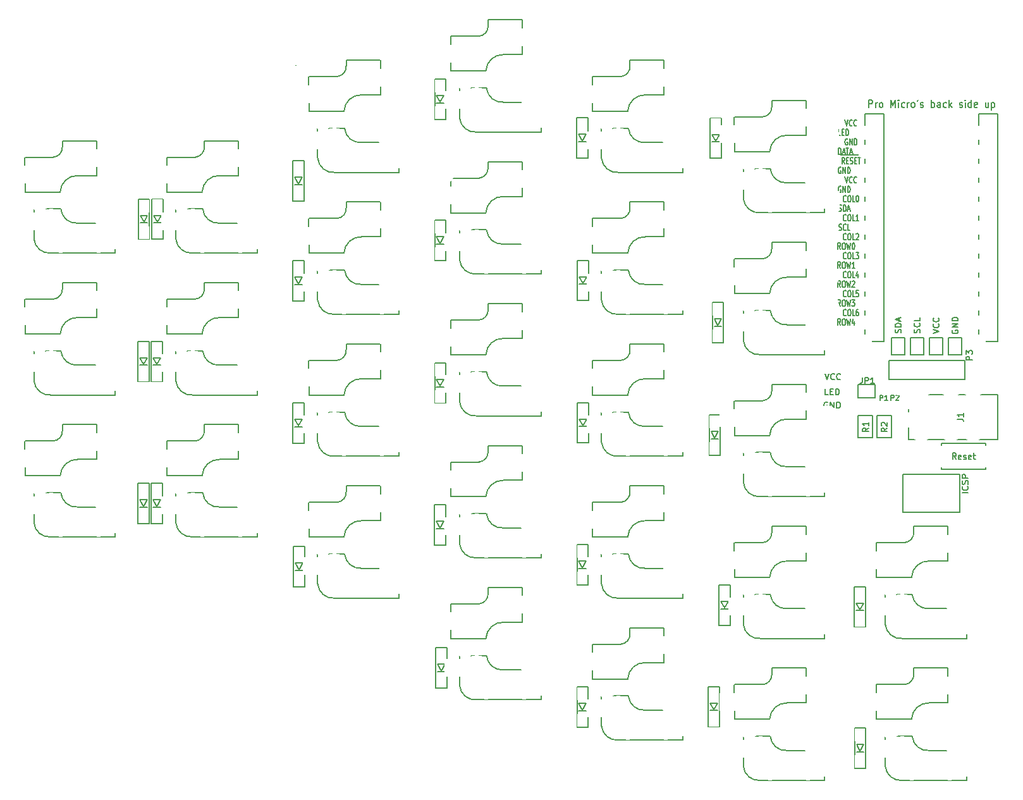
<source format=gto>
G04 #@! TF.GenerationSoftware,KiCad,Pcbnew,5.1.2*
G04 #@! TF.CreationDate,2019-08-11T11:10:40+09:00*
G04 #@! TF.ProjectId,xenon-e,78656e6f-6e2d-4652-9e6b-696361645f70,rev?*
G04 #@! TF.SameCoordinates,Original*
G04 #@! TF.FileFunction,Legend,Top*
G04 #@! TF.FilePolarity,Positive*
%FSLAX46Y46*%
G04 Gerber Fmt 4.6, Leading zero omitted, Abs format (unit mm)*
G04 Created by KiCad (PCBNEW 5.1.2) date 2019-08-11 11:10:40*
%MOMM*%
%LPD*%
G04 APERTURE LIST*
%ADD10C,0.200000*%
%ADD11C,0.150000*%
%ADD12C,0.152400*%
%ADD13C,0.110000*%
%ADD14R,2.400000X2.400000*%
%ADD15C,3.400000*%
%ADD16R,2.200000X2.400000*%
%ADD17C,4.400000*%
%ADD18C,2.300000*%
%ADD19C,2.100000*%
%ADD20C,5.200000*%
%ADD21R,1.350000X1.700000*%
%ADD22C,1.797000*%
%ADD23R,1.797000X1.797000*%
%ADD24C,1.924000*%
%ADD25R,1.543000X1.035000*%
%ADD26C,2.400000*%
%ADD27C,1.600000*%
%ADD28O,2.900000X2.100000*%
%ADD29R,1.035000X1.543000*%
%ADD30R,0.781000X0.781000*%
%ADD31R,1.924000X1.924000*%
G04 APERTURE END LIST*
D10*
X121000000Y-40070000D02*
X120975000Y-40070000D01*
D11*
X194515000Y-54984895D02*
X194715000Y-55797695D01*
X194915000Y-54984895D01*
X195457857Y-55720285D02*
X195429285Y-55758990D01*
X195343571Y-55797695D01*
X195286428Y-55797695D01*
X195200714Y-55758990D01*
X195143571Y-55681580D01*
X195115000Y-55604171D01*
X195086428Y-55449352D01*
X195086428Y-55333238D01*
X195115000Y-55178419D01*
X195143571Y-55101009D01*
X195200714Y-55023600D01*
X195286428Y-54984895D01*
X195343571Y-54984895D01*
X195429285Y-55023600D01*
X195457857Y-55062304D01*
X196057857Y-55720285D02*
X196029285Y-55758990D01*
X195943571Y-55797695D01*
X195886428Y-55797695D01*
X195800714Y-55758990D01*
X195743571Y-55681580D01*
X195715000Y-55604171D01*
X195686428Y-55449352D01*
X195686428Y-55333238D01*
X195715000Y-55178419D01*
X195743571Y-55101009D01*
X195800714Y-55023600D01*
X195886428Y-54984895D01*
X195943571Y-54984895D01*
X196029285Y-55023600D01*
X196057857Y-55062304D01*
X193968857Y-56293600D02*
X193911714Y-56254895D01*
X193826000Y-56254895D01*
X193740285Y-56293600D01*
X193683142Y-56371009D01*
X193654571Y-56448419D01*
X193626000Y-56603238D01*
X193626000Y-56719352D01*
X193654571Y-56874171D01*
X193683142Y-56951580D01*
X193740285Y-57028990D01*
X193826000Y-57067695D01*
X193883142Y-57067695D01*
X193968857Y-57028990D01*
X193997428Y-56990285D01*
X193997428Y-56719352D01*
X193883142Y-56719352D01*
X194254571Y-57067695D02*
X194254571Y-56254895D01*
X194597428Y-57067695D01*
X194597428Y-56254895D01*
X194883142Y-57067695D02*
X194883142Y-56254895D01*
X195026000Y-56254895D01*
X195111714Y-56293600D01*
X195168857Y-56371009D01*
X195197428Y-56448419D01*
X195226000Y-56603238D01*
X195226000Y-56719352D01*
X195197428Y-56874171D01*
X195168857Y-56951580D01*
X195111714Y-57028990D01*
X195026000Y-57067695D01*
X194883142Y-57067695D01*
X193968857Y-53753600D02*
X193911714Y-53714895D01*
X193826000Y-53714895D01*
X193740285Y-53753600D01*
X193683142Y-53831009D01*
X193654571Y-53908419D01*
X193626000Y-54063238D01*
X193626000Y-54179352D01*
X193654571Y-54334171D01*
X193683142Y-54411580D01*
X193740285Y-54488990D01*
X193826000Y-54527695D01*
X193883142Y-54527695D01*
X193968857Y-54488990D01*
X193997428Y-54450285D01*
X193997428Y-54179352D01*
X193883142Y-54179352D01*
X194254571Y-54527695D02*
X194254571Y-53714895D01*
X194597428Y-54527695D01*
X194597428Y-53714895D01*
X194883142Y-54527695D02*
X194883142Y-53714895D01*
X195026000Y-53714895D01*
X195111714Y-53753600D01*
X195168857Y-53831009D01*
X195197428Y-53908419D01*
X195226000Y-54063238D01*
X195226000Y-54179352D01*
X195197428Y-54334171D01*
X195168857Y-54411580D01*
X195111714Y-54488990D01*
X195026000Y-54527695D01*
X194883142Y-54527695D01*
X193957857Y-52109784D02*
X194557857Y-52109784D01*
X194443571Y-53257695D02*
X194243571Y-52870647D01*
X194100714Y-53257695D02*
X194100714Y-52444895D01*
X194329285Y-52444895D01*
X194386428Y-52483600D01*
X194415000Y-52522304D01*
X194443571Y-52599714D01*
X194443571Y-52715828D01*
X194415000Y-52793238D01*
X194386428Y-52831942D01*
X194329285Y-52870647D01*
X194100714Y-52870647D01*
X194557857Y-52109784D02*
X195100714Y-52109784D01*
X194700714Y-52831942D02*
X194900714Y-52831942D01*
X194986428Y-53257695D02*
X194700714Y-53257695D01*
X194700714Y-52444895D01*
X194986428Y-52444895D01*
X195100714Y-52109784D02*
X195672142Y-52109784D01*
X195215000Y-53218990D02*
X195300714Y-53257695D01*
X195443571Y-53257695D01*
X195500714Y-53218990D01*
X195529285Y-53180285D01*
X195557857Y-53102876D01*
X195557857Y-53025466D01*
X195529285Y-52948057D01*
X195500714Y-52909352D01*
X195443571Y-52870647D01*
X195329285Y-52831942D01*
X195272142Y-52793238D01*
X195243571Y-52754533D01*
X195215000Y-52677123D01*
X195215000Y-52599714D01*
X195243571Y-52522304D01*
X195272142Y-52483600D01*
X195329285Y-52444895D01*
X195472142Y-52444895D01*
X195557857Y-52483600D01*
X195672142Y-52109784D02*
X196215000Y-52109784D01*
X195815000Y-52831942D02*
X196015000Y-52831942D01*
X196100714Y-53257695D02*
X195815000Y-53257695D01*
X195815000Y-52444895D01*
X196100714Y-52444895D01*
X196215000Y-52109784D02*
X196672142Y-52109784D01*
X196272142Y-52444895D02*
X196615000Y-52444895D01*
X196443571Y-53257695D02*
X196443571Y-52444895D01*
X193653000Y-51987695D02*
X193653000Y-51174895D01*
X193795857Y-51174895D01*
X193881571Y-51213600D01*
X193938714Y-51291009D01*
X193967285Y-51368419D01*
X193995857Y-51523238D01*
X193995857Y-51639352D01*
X193967285Y-51794171D01*
X193938714Y-51871580D01*
X193881571Y-51948990D01*
X193795857Y-51987695D01*
X193653000Y-51987695D01*
X194224428Y-51755466D02*
X194510142Y-51755466D01*
X194167285Y-51987695D02*
X194367285Y-51174895D01*
X194567285Y-51987695D01*
X194681571Y-51174895D02*
X195024428Y-51174895D01*
X194853000Y-51987695D02*
X194853000Y-51174895D01*
X195195857Y-51755466D02*
X195481571Y-51755466D01*
X195138714Y-51987695D02*
X195338714Y-51174895D01*
X195538714Y-51987695D01*
X193697428Y-59568990D02*
X193783142Y-59607695D01*
X193926000Y-59607695D01*
X193983142Y-59568990D01*
X194011714Y-59530285D01*
X194040285Y-59452876D01*
X194040285Y-59375466D01*
X194011714Y-59298057D01*
X193983142Y-59259352D01*
X193926000Y-59220647D01*
X193811714Y-59181942D01*
X193754571Y-59143238D01*
X193726000Y-59104533D01*
X193697428Y-59027123D01*
X193697428Y-58949714D01*
X193726000Y-58872304D01*
X193754571Y-58833600D01*
X193811714Y-58794895D01*
X193954571Y-58794895D01*
X194040285Y-58833600D01*
X194297428Y-59607695D02*
X194297428Y-58794895D01*
X194440285Y-58794895D01*
X194526000Y-58833600D01*
X194583142Y-58911009D01*
X194611714Y-58988419D01*
X194640285Y-59143238D01*
X194640285Y-59259352D01*
X194611714Y-59414171D01*
X194583142Y-59491580D01*
X194526000Y-59568990D01*
X194440285Y-59607695D01*
X194297428Y-59607695D01*
X194868857Y-59375466D02*
X195154571Y-59375466D01*
X194811714Y-59607695D02*
X195011714Y-58794895D01*
X195211714Y-59607695D01*
X193711714Y-62108990D02*
X193797428Y-62147695D01*
X193940285Y-62147695D01*
X193997428Y-62108990D01*
X194026000Y-62070285D01*
X194054571Y-61992876D01*
X194054571Y-61915466D01*
X194026000Y-61838057D01*
X193997428Y-61799352D01*
X193940285Y-61760647D01*
X193826000Y-61721942D01*
X193768857Y-61683238D01*
X193740285Y-61644533D01*
X193711714Y-61567123D01*
X193711714Y-61489714D01*
X193740285Y-61412304D01*
X193768857Y-61373600D01*
X193826000Y-61334895D01*
X193968857Y-61334895D01*
X194054571Y-61373600D01*
X194654571Y-62070285D02*
X194626000Y-62108990D01*
X194540285Y-62147695D01*
X194483142Y-62147695D01*
X194397428Y-62108990D01*
X194340285Y-62031580D01*
X194311714Y-61954171D01*
X194283142Y-61799352D01*
X194283142Y-61683238D01*
X194311714Y-61528419D01*
X194340285Y-61451009D01*
X194397428Y-61373600D01*
X194483142Y-61334895D01*
X194540285Y-61334895D01*
X194626000Y-61373600D01*
X194654571Y-61412304D01*
X195197428Y-62147695D02*
X194911714Y-62147695D01*
X194911714Y-61334895D01*
X193922857Y-64687695D02*
X193722857Y-64300647D01*
X193580000Y-64687695D02*
X193580000Y-63874895D01*
X193808571Y-63874895D01*
X193865714Y-63913600D01*
X193894285Y-63952304D01*
X193922857Y-64029714D01*
X193922857Y-64145828D01*
X193894285Y-64223238D01*
X193865714Y-64261942D01*
X193808571Y-64300647D01*
X193580000Y-64300647D01*
X194294285Y-63874895D02*
X194408571Y-63874895D01*
X194465714Y-63913600D01*
X194522857Y-63991009D01*
X194551428Y-64145828D01*
X194551428Y-64416761D01*
X194522857Y-64571580D01*
X194465714Y-64648990D01*
X194408571Y-64687695D01*
X194294285Y-64687695D01*
X194237142Y-64648990D01*
X194180000Y-64571580D01*
X194151428Y-64416761D01*
X194151428Y-64145828D01*
X194180000Y-63991009D01*
X194237142Y-63913600D01*
X194294285Y-63874895D01*
X194751428Y-63874895D02*
X194894285Y-64687695D01*
X195008571Y-64107123D01*
X195122857Y-64687695D01*
X195265714Y-63874895D01*
X195608571Y-63874895D02*
X195665714Y-63874895D01*
X195722857Y-63913600D01*
X195751428Y-63952304D01*
X195780000Y-64029714D01*
X195808571Y-64184533D01*
X195808571Y-64378057D01*
X195780000Y-64532876D01*
X195751428Y-64610285D01*
X195722857Y-64648990D01*
X195665714Y-64687695D01*
X195608571Y-64687695D01*
X195551428Y-64648990D01*
X195522857Y-64610285D01*
X195494285Y-64532876D01*
X195465714Y-64378057D01*
X195465714Y-64184533D01*
X195494285Y-64029714D01*
X195522857Y-63952304D01*
X195551428Y-63913600D01*
X195608571Y-63874895D01*
X193922857Y-67227695D02*
X193722857Y-66840647D01*
X193580000Y-67227695D02*
X193580000Y-66414895D01*
X193808571Y-66414895D01*
X193865714Y-66453600D01*
X193894285Y-66492304D01*
X193922857Y-66569714D01*
X193922857Y-66685828D01*
X193894285Y-66763238D01*
X193865714Y-66801942D01*
X193808571Y-66840647D01*
X193580000Y-66840647D01*
X194294285Y-66414895D02*
X194408571Y-66414895D01*
X194465714Y-66453600D01*
X194522857Y-66531009D01*
X194551428Y-66685828D01*
X194551428Y-66956761D01*
X194522857Y-67111580D01*
X194465714Y-67188990D01*
X194408571Y-67227695D01*
X194294285Y-67227695D01*
X194237142Y-67188990D01*
X194180000Y-67111580D01*
X194151428Y-66956761D01*
X194151428Y-66685828D01*
X194180000Y-66531009D01*
X194237142Y-66453600D01*
X194294285Y-66414895D01*
X194751428Y-66414895D02*
X194894285Y-67227695D01*
X195008571Y-66647123D01*
X195122857Y-67227695D01*
X195265714Y-66414895D01*
X195808571Y-67227695D02*
X195465714Y-67227695D01*
X195637142Y-67227695D02*
X195637142Y-66414895D01*
X195580000Y-66531009D01*
X195522857Y-66608419D01*
X195465714Y-66647123D01*
X193922857Y-69767695D02*
X193722857Y-69380647D01*
X193580000Y-69767695D02*
X193580000Y-68954895D01*
X193808571Y-68954895D01*
X193865714Y-68993600D01*
X193894285Y-69032304D01*
X193922857Y-69109714D01*
X193922857Y-69225828D01*
X193894285Y-69303238D01*
X193865714Y-69341942D01*
X193808571Y-69380647D01*
X193580000Y-69380647D01*
X194294285Y-68954895D02*
X194408571Y-68954895D01*
X194465714Y-68993600D01*
X194522857Y-69071009D01*
X194551428Y-69225828D01*
X194551428Y-69496761D01*
X194522857Y-69651580D01*
X194465714Y-69728990D01*
X194408571Y-69767695D01*
X194294285Y-69767695D01*
X194237142Y-69728990D01*
X194180000Y-69651580D01*
X194151428Y-69496761D01*
X194151428Y-69225828D01*
X194180000Y-69071009D01*
X194237142Y-68993600D01*
X194294285Y-68954895D01*
X194751428Y-68954895D02*
X194894285Y-69767695D01*
X195008571Y-69187123D01*
X195122857Y-69767695D01*
X195265714Y-68954895D01*
X195465714Y-69032304D02*
X195494285Y-68993600D01*
X195551428Y-68954895D01*
X195694285Y-68954895D01*
X195751428Y-68993600D01*
X195780000Y-69032304D01*
X195808571Y-69109714D01*
X195808571Y-69187123D01*
X195780000Y-69303238D01*
X195437142Y-69767695D01*
X195808571Y-69767695D01*
X193922857Y-72307695D02*
X193722857Y-71920647D01*
X193580000Y-72307695D02*
X193580000Y-71494895D01*
X193808571Y-71494895D01*
X193865714Y-71533600D01*
X193894285Y-71572304D01*
X193922857Y-71649714D01*
X193922857Y-71765828D01*
X193894285Y-71843238D01*
X193865714Y-71881942D01*
X193808571Y-71920647D01*
X193580000Y-71920647D01*
X194294285Y-71494895D02*
X194408571Y-71494895D01*
X194465714Y-71533600D01*
X194522857Y-71611009D01*
X194551428Y-71765828D01*
X194551428Y-72036761D01*
X194522857Y-72191580D01*
X194465714Y-72268990D01*
X194408571Y-72307695D01*
X194294285Y-72307695D01*
X194237142Y-72268990D01*
X194180000Y-72191580D01*
X194151428Y-72036761D01*
X194151428Y-71765828D01*
X194180000Y-71611009D01*
X194237142Y-71533600D01*
X194294285Y-71494895D01*
X194751428Y-71494895D02*
X194894285Y-72307695D01*
X195008571Y-71727123D01*
X195122857Y-72307695D01*
X195265714Y-71494895D01*
X195437142Y-71494895D02*
X195808571Y-71494895D01*
X195608571Y-71804533D01*
X195694285Y-71804533D01*
X195751428Y-71843238D01*
X195780000Y-71881942D01*
X195808571Y-71959352D01*
X195808571Y-72152876D01*
X195780000Y-72230285D01*
X195751428Y-72268990D01*
X195694285Y-72307695D01*
X195522857Y-72307695D01*
X195465714Y-72268990D01*
X195437142Y-72230285D01*
X193922857Y-74847695D02*
X193722857Y-74460647D01*
X193580000Y-74847695D02*
X193580000Y-74034895D01*
X193808571Y-74034895D01*
X193865714Y-74073600D01*
X193894285Y-74112304D01*
X193922857Y-74189714D01*
X193922857Y-74305828D01*
X193894285Y-74383238D01*
X193865714Y-74421942D01*
X193808571Y-74460647D01*
X193580000Y-74460647D01*
X194294285Y-74034895D02*
X194408571Y-74034895D01*
X194465714Y-74073600D01*
X194522857Y-74151009D01*
X194551428Y-74305828D01*
X194551428Y-74576761D01*
X194522857Y-74731580D01*
X194465714Y-74808990D01*
X194408571Y-74847695D01*
X194294285Y-74847695D01*
X194237142Y-74808990D01*
X194180000Y-74731580D01*
X194151428Y-74576761D01*
X194151428Y-74305828D01*
X194180000Y-74151009D01*
X194237142Y-74073600D01*
X194294285Y-74034895D01*
X194751428Y-74034895D02*
X194894285Y-74847695D01*
X195008571Y-74267123D01*
X195122857Y-74847695D01*
X195265714Y-74034895D01*
X195751428Y-74305828D02*
X195751428Y-74847695D01*
X195608571Y-73996190D02*
X195465714Y-74576761D01*
X195837142Y-74576761D01*
X194657857Y-73500285D02*
X194629285Y-73538990D01*
X194543571Y-73577695D01*
X194486428Y-73577695D01*
X194400714Y-73538990D01*
X194343571Y-73461580D01*
X194315000Y-73384171D01*
X194286428Y-73229352D01*
X194286428Y-73113238D01*
X194315000Y-72958419D01*
X194343571Y-72881009D01*
X194400714Y-72803600D01*
X194486428Y-72764895D01*
X194543571Y-72764895D01*
X194629285Y-72803600D01*
X194657857Y-72842304D01*
X195029285Y-72764895D02*
X195143571Y-72764895D01*
X195200714Y-72803600D01*
X195257857Y-72881009D01*
X195286428Y-73035828D01*
X195286428Y-73306761D01*
X195257857Y-73461580D01*
X195200714Y-73538990D01*
X195143571Y-73577695D01*
X195029285Y-73577695D01*
X194972142Y-73538990D01*
X194915000Y-73461580D01*
X194886428Y-73306761D01*
X194886428Y-73035828D01*
X194915000Y-72881009D01*
X194972142Y-72803600D01*
X195029285Y-72764895D01*
X195829285Y-73577695D02*
X195543571Y-73577695D01*
X195543571Y-72764895D01*
X196286428Y-72764895D02*
X196172142Y-72764895D01*
X196115000Y-72803600D01*
X196086428Y-72842304D01*
X196029285Y-72958419D01*
X196000714Y-73113238D01*
X196000714Y-73422876D01*
X196029285Y-73500285D01*
X196057857Y-73538990D01*
X196115000Y-73577695D01*
X196229285Y-73577695D01*
X196286428Y-73538990D01*
X196315000Y-73500285D01*
X196343571Y-73422876D01*
X196343571Y-73229352D01*
X196315000Y-73151942D01*
X196286428Y-73113238D01*
X196229285Y-73074533D01*
X196115000Y-73074533D01*
X196057857Y-73113238D01*
X196029285Y-73151942D01*
X196000714Y-73229352D01*
X194657857Y-70960285D02*
X194629285Y-70998990D01*
X194543571Y-71037695D01*
X194486428Y-71037695D01*
X194400714Y-70998990D01*
X194343571Y-70921580D01*
X194315000Y-70844171D01*
X194286428Y-70689352D01*
X194286428Y-70573238D01*
X194315000Y-70418419D01*
X194343571Y-70341009D01*
X194400714Y-70263600D01*
X194486428Y-70224895D01*
X194543571Y-70224895D01*
X194629285Y-70263600D01*
X194657857Y-70302304D01*
X195029285Y-70224895D02*
X195143571Y-70224895D01*
X195200714Y-70263600D01*
X195257857Y-70341009D01*
X195286428Y-70495828D01*
X195286428Y-70766761D01*
X195257857Y-70921580D01*
X195200714Y-70998990D01*
X195143571Y-71037695D01*
X195029285Y-71037695D01*
X194972142Y-70998990D01*
X194915000Y-70921580D01*
X194886428Y-70766761D01*
X194886428Y-70495828D01*
X194915000Y-70341009D01*
X194972142Y-70263600D01*
X195029285Y-70224895D01*
X195829285Y-71037695D02*
X195543571Y-71037695D01*
X195543571Y-70224895D01*
X196315000Y-70224895D02*
X196029285Y-70224895D01*
X196000714Y-70611942D01*
X196029285Y-70573238D01*
X196086428Y-70534533D01*
X196229285Y-70534533D01*
X196286428Y-70573238D01*
X196315000Y-70611942D01*
X196343571Y-70689352D01*
X196343571Y-70882876D01*
X196315000Y-70960285D01*
X196286428Y-70998990D01*
X196229285Y-71037695D01*
X196086428Y-71037695D01*
X196029285Y-70998990D01*
X196000714Y-70960285D01*
X194657857Y-68420285D02*
X194629285Y-68458990D01*
X194543571Y-68497695D01*
X194486428Y-68497695D01*
X194400714Y-68458990D01*
X194343571Y-68381580D01*
X194315000Y-68304171D01*
X194286428Y-68149352D01*
X194286428Y-68033238D01*
X194315000Y-67878419D01*
X194343571Y-67801009D01*
X194400714Y-67723600D01*
X194486428Y-67684895D01*
X194543571Y-67684895D01*
X194629285Y-67723600D01*
X194657857Y-67762304D01*
X195029285Y-67684895D02*
X195143571Y-67684895D01*
X195200714Y-67723600D01*
X195257857Y-67801009D01*
X195286428Y-67955828D01*
X195286428Y-68226761D01*
X195257857Y-68381580D01*
X195200714Y-68458990D01*
X195143571Y-68497695D01*
X195029285Y-68497695D01*
X194972142Y-68458990D01*
X194915000Y-68381580D01*
X194886428Y-68226761D01*
X194886428Y-67955828D01*
X194915000Y-67801009D01*
X194972142Y-67723600D01*
X195029285Y-67684895D01*
X195829285Y-68497695D02*
X195543571Y-68497695D01*
X195543571Y-67684895D01*
X196286428Y-67955828D02*
X196286428Y-68497695D01*
X196143571Y-67646190D02*
X196000714Y-68226761D01*
X196372142Y-68226761D01*
X194657857Y-65880285D02*
X194629285Y-65918990D01*
X194543571Y-65957695D01*
X194486428Y-65957695D01*
X194400714Y-65918990D01*
X194343571Y-65841580D01*
X194315000Y-65764171D01*
X194286428Y-65609352D01*
X194286428Y-65493238D01*
X194315000Y-65338419D01*
X194343571Y-65261009D01*
X194400714Y-65183600D01*
X194486428Y-65144895D01*
X194543571Y-65144895D01*
X194629285Y-65183600D01*
X194657857Y-65222304D01*
X195029285Y-65144895D02*
X195143571Y-65144895D01*
X195200714Y-65183600D01*
X195257857Y-65261009D01*
X195286428Y-65415828D01*
X195286428Y-65686761D01*
X195257857Y-65841580D01*
X195200714Y-65918990D01*
X195143571Y-65957695D01*
X195029285Y-65957695D01*
X194972142Y-65918990D01*
X194915000Y-65841580D01*
X194886428Y-65686761D01*
X194886428Y-65415828D01*
X194915000Y-65261009D01*
X194972142Y-65183600D01*
X195029285Y-65144895D01*
X195829285Y-65957695D02*
X195543571Y-65957695D01*
X195543571Y-65144895D01*
X195972142Y-65144895D02*
X196343571Y-65144895D01*
X196143571Y-65454533D01*
X196229285Y-65454533D01*
X196286428Y-65493238D01*
X196315000Y-65531942D01*
X196343571Y-65609352D01*
X196343571Y-65802876D01*
X196315000Y-65880285D01*
X196286428Y-65918990D01*
X196229285Y-65957695D01*
X196057857Y-65957695D01*
X196000714Y-65918990D01*
X195972142Y-65880285D01*
X194657857Y-63340285D02*
X194629285Y-63378990D01*
X194543571Y-63417695D01*
X194486428Y-63417695D01*
X194400714Y-63378990D01*
X194343571Y-63301580D01*
X194315000Y-63224171D01*
X194286428Y-63069352D01*
X194286428Y-62953238D01*
X194315000Y-62798419D01*
X194343571Y-62721009D01*
X194400714Y-62643600D01*
X194486428Y-62604895D01*
X194543571Y-62604895D01*
X194629285Y-62643600D01*
X194657857Y-62682304D01*
X195029285Y-62604895D02*
X195143571Y-62604895D01*
X195200714Y-62643600D01*
X195257857Y-62721009D01*
X195286428Y-62875828D01*
X195286428Y-63146761D01*
X195257857Y-63301580D01*
X195200714Y-63378990D01*
X195143571Y-63417695D01*
X195029285Y-63417695D01*
X194972142Y-63378990D01*
X194915000Y-63301580D01*
X194886428Y-63146761D01*
X194886428Y-62875828D01*
X194915000Y-62721009D01*
X194972142Y-62643600D01*
X195029285Y-62604895D01*
X195829285Y-63417695D02*
X195543571Y-63417695D01*
X195543571Y-62604895D01*
X196000714Y-62682304D02*
X196029285Y-62643600D01*
X196086428Y-62604895D01*
X196229285Y-62604895D01*
X196286428Y-62643600D01*
X196315000Y-62682304D01*
X196343571Y-62759714D01*
X196343571Y-62837123D01*
X196315000Y-62953238D01*
X195972142Y-63417695D01*
X196343571Y-63417695D01*
X194657857Y-60800285D02*
X194629285Y-60838990D01*
X194543571Y-60877695D01*
X194486428Y-60877695D01*
X194400714Y-60838990D01*
X194343571Y-60761580D01*
X194315000Y-60684171D01*
X194286428Y-60529352D01*
X194286428Y-60413238D01*
X194315000Y-60258419D01*
X194343571Y-60181009D01*
X194400714Y-60103600D01*
X194486428Y-60064895D01*
X194543571Y-60064895D01*
X194629285Y-60103600D01*
X194657857Y-60142304D01*
X195029285Y-60064895D02*
X195143571Y-60064895D01*
X195200714Y-60103600D01*
X195257857Y-60181009D01*
X195286428Y-60335828D01*
X195286428Y-60606761D01*
X195257857Y-60761580D01*
X195200714Y-60838990D01*
X195143571Y-60877695D01*
X195029285Y-60877695D01*
X194972142Y-60838990D01*
X194915000Y-60761580D01*
X194886428Y-60606761D01*
X194886428Y-60335828D01*
X194915000Y-60181009D01*
X194972142Y-60103600D01*
X195029285Y-60064895D01*
X195829285Y-60877695D02*
X195543571Y-60877695D01*
X195543571Y-60064895D01*
X196343571Y-60877695D02*
X196000714Y-60877695D01*
X196172142Y-60877695D02*
X196172142Y-60064895D01*
X196115000Y-60181009D01*
X196057857Y-60258419D01*
X196000714Y-60297123D01*
X194657857Y-58260285D02*
X194629285Y-58298990D01*
X194543571Y-58337695D01*
X194486428Y-58337695D01*
X194400714Y-58298990D01*
X194343571Y-58221580D01*
X194315000Y-58144171D01*
X194286428Y-57989352D01*
X194286428Y-57873238D01*
X194315000Y-57718419D01*
X194343571Y-57641009D01*
X194400714Y-57563600D01*
X194486428Y-57524895D01*
X194543571Y-57524895D01*
X194629285Y-57563600D01*
X194657857Y-57602304D01*
X195029285Y-57524895D02*
X195143571Y-57524895D01*
X195200714Y-57563600D01*
X195257857Y-57641009D01*
X195286428Y-57795828D01*
X195286428Y-58066761D01*
X195257857Y-58221580D01*
X195200714Y-58298990D01*
X195143571Y-58337695D01*
X195029285Y-58337695D01*
X194972142Y-58298990D01*
X194915000Y-58221580D01*
X194886428Y-58066761D01*
X194886428Y-57795828D01*
X194915000Y-57641009D01*
X194972142Y-57563600D01*
X195029285Y-57524895D01*
X195829285Y-58337695D02*
X195543571Y-58337695D01*
X195543571Y-57524895D01*
X196143571Y-57524895D02*
X196200714Y-57524895D01*
X196257857Y-57563600D01*
X196286428Y-57602304D01*
X196315000Y-57679714D01*
X196343571Y-57834533D01*
X196343571Y-58028057D01*
X196315000Y-58182876D01*
X196286428Y-58260285D01*
X196257857Y-58298990D01*
X196200714Y-58337695D01*
X196143571Y-58337695D01*
X196086428Y-58298990D01*
X196057857Y-58260285D01*
X196029285Y-58182876D01*
X196000714Y-58028057D01*
X196000714Y-57834533D01*
X196029285Y-57679714D01*
X196057857Y-57602304D01*
X196086428Y-57563600D01*
X196143571Y-57524895D01*
X194857857Y-49943600D02*
X194800714Y-49904895D01*
X194715000Y-49904895D01*
X194629285Y-49943600D01*
X194572142Y-50021009D01*
X194543571Y-50098419D01*
X194515000Y-50253238D01*
X194515000Y-50369352D01*
X194543571Y-50524171D01*
X194572142Y-50601580D01*
X194629285Y-50678990D01*
X194715000Y-50717695D01*
X194772142Y-50717695D01*
X194857857Y-50678990D01*
X194886428Y-50640285D01*
X194886428Y-50369352D01*
X194772142Y-50369352D01*
X195143571Y-50717695D02*
X195143571Y-49904895D01*
X195486428Y-50717695D01*
X195486428Y-49904895D01*
X195772142Y-50717695D02*
X195772142Y-49904895D01*
X195915000Y-49904895D01*
X196000714Y-49943600D01*
X196057857Y-50021009D01*
X196086428Y-50098419D01*
X196115000Y-50253238D01*
X196115000Y-50369352D01*
X196086428Y-50524171D01*
X196057857Y-50601580D01*
X196000714Y-50678990D01*
X195915000Y-50717695D01*
X195772142Y-50717695D01*
X193913285Y-49447695D02*
X193627571Y-49447695D01*
X193627571Y-48634895D01*
X194113285Y-49021942D02*
X194313285Y-49021942D01*
X194399000Y-49447695D02*
X194113285Y-49447695D01*
X194113285Y-48634895D01*
X194399000Y-48634895D01*
X194656142Y-49447695D02*
X194656142Y-48634895D01*
X194799000Y-48634895D01*
X194884714Y-48673600D01*
X194941857Y-48751009D01*
X194970428Y-48828419D01*
X194999000Y-48983238D01*
X194999000Y-49099352D01*
X194970428Y-49254171D01*
X194941857Y-49331580D01*
X194884714Y-49408990D01*
X194799000Y-49447695D01*
X194656142Y-49447695D01*
X194515000Y-47364895D02*
X194715000Y-48177695D01*
X194915000Y-47364895D01*
X195457857Y-48100285D02*
X195429285Y-48138990D01*
X195343571Y-48177695D01*
X195286428Y-48177695D01*
X195200714Y-48138990D01*
X195143571Y-48061580D01*
X195115000Y-47984171D01*
X195086428Y-47829352D01*
X195086428Y-47713238D01*
X195115000Y-47558419D01*
X195143571Y-47481009D01*
X195200714Y-47403600D01*
X195286428Y-47364895D01*
X195343571Y-47364895D01*
X195429285Y-47403600D01*
X195457857Y-47442304D01*
X196057857Y-48100285D02*
X196029285Y-48138990D01*
X195943571Y-48177695D01*
X195886428Y-48177695D01*
X195800714Y-48138990D01*
X195743571Y-48061580D01*
X195715000Y-47984171D01*
X195686428Y-47829352D01*
X195686428Y-47713238D01*
X195715000Y-47558419D01*
X195743571Y-47481009D01*
X195800714Y-47403600D01*
X195886428Y-47364895D01*
X195943571Y-47364895D01*
X196029285Y-47403600D01*
X196057857Y-47442304D01*
X197688571Y-45722380D02*
X197688571Y-44722380D01*
X198031428Y-44722380D01*
X198117142Y-44770000D01*
X198160000Y-44817619D01*
X198202857Y-44912857D01*
X198202857Y-45055714D01*
X198160000Y-45150952D01*
X198117142Y-45198571D01*
X198031428Y-45246190D01*
X197688571Y-45246190D01*
X198588571Y-45722380D02*
X198588571Y-45055714D01*
X198588571Y-45246190D02*
X198631428Y-45150952D01*
X198674285Y-45103333D01*
X198760000Y-45055714D01*
X198845714Y-45055714D01*
X199274285Y-45722380D02*
X199188571Y-45674761D01*
X199145714Y-45627142D01*
X199102857Y-45531904D01*
X199102857Y-45246190D01*
X199145714Y-45150952D01*
X199188571Y-45103333D01*
X199274285Y-45055714D01*
X199402857Y-45055714D01*
X199488571Y-45103333D01*
X199531428Y-45150952D01*
X199574285Y-45246190D01*
X199574285Y-45531904D01*
X199531428Y-45627142D01*
X199488571Y-45674761D01*
X199402857Y-45722380D01*
X199274285Y-45722380D01*
X200645714Y-45722380D02*
X200645714Y-44722380D01*
X200945714Y-45436666D01*
X201245714Y-44722380D01*
X201245714Y-45722380D01*
X201674285Y-45722380D02*
X201674285Y-45055714D01*
X201674285Y-44722380D02*
X201631428Y-44770000D01*
X201674285Y-44817619D01*
X201717142Y-44770000D01*
X201674285Y-44722380D01*
X201674285Y-44817619D01*
X202488571Y-45674761D02*
X202402857Y-45722380D01*
X202231428Y-45722380D01*
X202145714Y-45674761D01*
X202102857Y-45627142D01*
X202060000Y-45531904D01*
X202060000Y-45246190D01*
X202102857Y-45150952D01*
X202145714Y-45103333D01*
X202231428Y-45055714D01*
X202402857Y-45055714D01*
X202488571Y-45103333D01*
X202874285Y-45722380D02*
X202874285Y-45055714D01*
X202874285Y-45246190D02*
X202917142Y-45150952D01*
X202960000Y-45103333D01*
X203045714Y-45055714D01*
X203131428Y-45055714D01*
X203560000Y-45722380D02*
X203474285Y-45674761D01*
X203431428Y-45627142D01*
X203388571Y-45531904D01*
X203388571Y-45246190D01*
X203431428Y-45150952D01*
X203474285Y-45103333D01*
X203560000Y-45055714D01*
X203688571Y-45055714D01*
X203774285Y-45103333D01*
X203817142Y-45150952D01*
X203860000Y-45246190D01*
X203860000Y-45531904D01*
X203817142Y-45627142D01*
X203774285Y-45674761D01*
X203688571Y-45722380D01*
X203560000Y-45722380D01*
X204288571Y-44722380D02*
X204202857Y-44912857D01*
X204631428Y-45674761D02*
X204717142Y-45722380D01*
X204888571Y-45722380D01*
X204974285Y-45674761D01*
X205017142Y-45579523D01*
X205017142Y-45531904D01*
X204974285Y-45436666D01*
X204888571Y-45389047D01*
X204760000Y-45389047D01*
X204674285Y-45341428D01*
X204631428Y-45246190D01*
X204631428Y-45198571D01*
X204674285Y-45103333D01*
X204760000Y-45055714D01*
X204888571Y-45055714D01*
X204974285Y-45103333D01*
X206088571Y-45722380D02*
X206088571Y-44722380D01*
X206088571Y-45103333D02*
X206174285Y-45055714D01*
X206345714Y-45055714D01*
X206431428Y-45103333D01*
X206474285Y-45150952D01*
X206517142Y-45246190D01*
X206517142Y-45531904D01*
X206474285Y-45627142D01*
X206431428Y-45674761D01*
X206345714Y-45722380D01*
X206174285Y-45722380D01*
X206088571Y-45674761D01*
X207288571Y-45722380D02*
X207288571Y-45198571D01*
X207245714Y-45103333D01*
X207160000Y-45055714D01*
X206988571Y-45055714D01*
X206902857Y-45103333D01*
X207288571Y-45674761D02*
X207202857Y-45722380D01*
X206988571Y-45722380D01*
X206902857Y-45674761D01*
X206860000Y-45579523D01*
X206860000Y-45484285D01*
X206902857Y-45389047D01*
X206988571Y-45341428D01*
X207202857Y-45341428D01*
X207288571Y-45293809D01*
X208102857Y-45674761D02*
X208017142Y-45722380D01*
X207845714Y-45722380D01*
X207760000Y-45674761D01*
X207717142Y-45627142D01*
X207674285Y-45531904D01*
X207674285Y-45246190D01*
X207717142Y-45150952D01*
X207760000Y-45103333D01*
X207845714Y-45055714D01*
X208017142Y-45055714D01*
X208102857Y-45103333D01*
X208488571Y-45722380D02*
X208488571Y-44722380D01*
X208574285Y-45341428D02*
X208831428Y-45722380D01*
X208831428Y-45055714D02*
X208488571Y-45436666D01*
X209860000Y-45674761D02*
X209945714Y-45722380D01*
X210117142Y-45722380D01*
X210202857Y-45674761D01*
X210245714Y-45579523D01*
X210245714Y-45531904D01*
X210202857Y-45436666D01*
X210117142Y-45389047D01*
X209988571Y-45389047D01*
X209902857Y-45341428D01*
X209860000Y-45246190D01*
X209860000Y-45198571D01*
X209902857Y-45103333D01*
X209988571Y-45055714D01*
X210117142Y-45055714D01*
X210202857Y-45103333D01*
X210631428Y-45722380D02*
X210631428Y-45055714D01*
X210631428Y-44722380D02*
X210588571Y-44770000D01*
X210631428Y-44817619D01*
X210674285Y-44770000D01*
X210631428Y-44722380D01*
X210631428Y-44817619D01*
X211445714Y-45722380D02*
X211445714Y-44722380D01*
X211445714Y-45674761D02*
X211360000Y-45722380D01*
X211188571Y-45722380D01*
X211102857Y-45674761D01*
X211060000Y-45627142D01*
X211017142Y-45531904D01*
X211017142Y-45246190D01*
X211060000Y-45150952D01*
X211102857Y-45103333D01*
X211188571Y-45055714D01*
X211360000Y-45055714D01*
X211445714Y-45103333D01*
X212217142Y-45674761D02*
X212131428Y-45722380D01*
X211960000Y-45722380D01*
X211874285Y-45674761D01*
X211831428Y-45579523D01*
X211831428Y-45198571D01*
X211874285Y-45103333D01*
X211960000Y-45055714D01*
X212131428Y-45055714D01*
X212217142Y-45103333D01*
X212260000Y-45198571D01*
X212260000Y-45293809D01*
X211831428Y-45389047D01*
X213717142Y-45055714D02*
X213717142Y-45722380D01*
X213331428Y-45055714D02*
X213331428Y-45579523D01*
X213374285Y-45674761D01*
X213460000Y-45722380D01*
X213588571Y-45722380D01*
X213674285Y-45674761D01*
X213717142Y-45627142D01*
X214145714Y-45055714D02*
X214145714Y-46055714D01*
X214145714Y-45103333D02*
X214231428Y-45055714D01*
X214402857Y-45055714D01*
X214488571Y-45103333D01*
X214531428Y-45150952D01*
X214574285Y-45246190D01*
X214574285Y-45531904D01*
X214531428Y-45627142D01*
X214488571Y-45674761D01*
X214402857Y-45722380D01*
X214231428Y-45722380D01*
X214145714Y-45674761D01*
X192180723Y-85193600D02*
X192103314Y-85154895D01*
X191987200Y-85154895D01*
X191871085Y-85193600D01*
X191793676Y-85271009D01*
X191754971Y-85348419D01*
X191716266Y-85503238D01*
X191716266Y-85619352D01*
X191754971Y-85774171D01*
X191793676Y-85851580D01*
X191871085Y-85928990D01*
X191987200Y-85967695D01*
X192064609Y-85967695D01*
X192180723Y-85928990D01*
X192219428Y-85890285D01*
X192219428Y-85619352D01*
X192064609Y-85619352D01*
X192567771Y-85967695D02*
X192567771Y-85154895D01*
X193032228Y-85967695D01*
X193032228Y-85154895D01*
X193419276Y-85967695D02*
X193419276Y-85154895D01*
X193612800Y-85154895D01*
X193728914Y-85193600D01*
X193806323Y-85271009D01*
X193845028Y-85348419D01*
X193883733Y-85503238D01*
X193883733Y-85619352D01*
X193845028Y-85774171D01*
X193806323Y-85851580D01*
X193728914Y-85928990D01*
X193612800Y-85967695D01*
X193419276Y-85967695D01*
X192277485Y-84167695D02*
X191890438Y-84167695D01*
X191890438Y-83354895D01*
X192548419Y-83741942D02*
X192819352Y-83741942D01*
X192935466Y-84167695D02*
X192548419Y-84167695D01*
X192548419Y-83354895D01*
X192935466Y-83354895D01*
X193283809Y-84167695D02*
X193283809Y-83354895D01*
X193477333Y-83354895D01*
X193593447Y-83393600D01*
X193670857Y-83471009D01*
X193709561Y-83548419D01*
X193748266Y-83703238D01*
X193748266Y-83819352D01*
X193709561Y-83974171D01*
X193670857Y-84051580D01*
X193593447Y-84128990D01*
X193477333Y-84167695D01*
X193283809Y-84167695D01*
X191816266Y-81354895D02*
X192087200Y-82167695D01*
X192358133Y-81354895D01*
X193093523Y-82090285D02*
X193054819Y-82128990D01*
X192938704Y-82167695D01*
X192861295Y-82167695D01*
X192745180Y-82128990D01*
X192667771Y-82051580D01*
X192629066Y-81974171D01*
X192590361Y-81819352D01*
X192590361Y-81703238D01*
X192629066Y-81548419D01*
X192667771Y-81471009D01*
X192745180Y-81393600D01*
X192861295Y-81354895D01*
X192938704Y-81354895D01*
X193054819Y-81393600D01*
X193093523Y-81432304D01*
X193906323Y-82090285D02*
X193867619Y-82128990D01*
X193751504Y-82167695D01*
X193674095Y-82167695D01*
X193557980Y-82128990D01*
X193480571Y-82051580D01*
X193441866Y-81974171D01*
X193403161Y-81819352D01*
X193403161Y-81703238D01*
X193441866Y-81548419D01*
X193480571Y-81471009D01*
X193557980Y-81393600D01*
X193674095Y-81354895D01*
X193751504Y-81354895D01*
X193867619Y-81393600D01*
X193906323Y-81432304D01*
X85900000Y-59296000D02*
X89510000Y-59296000D01*
X85900000Y-63250000D02*
X85900000Y-59305000D01*
X96800000Y-65204000D02*
X88175000Y-65204000D01*
X96800000Y-61296000D02*
X96800000Y-65204000D01*
X96800000Y-61250000D02*
X91750000Y-61204000D01*
X85911000Y-63320000D02*
G75*
G03X88175000Y-65204000I2074000J190000D01*
G01*
X89515000Y-59320000D02*
G75*
G03X91775000Y-61200000I2070000J190000D01*
G01*
X94275000Y-50175000D02*
X89725000Y-50175000D01*
X94275000Y-54825000D02*
X91725000Y-54825000D01*
X89425000Y-57025000D02*
X84725000Y-57025000D01*
X88500000Y-52375000D02*
X84725000Y-52375000D01*
X94300000Y-54800000D02*
X94300000Y-50200000D01*
X84725000Y-57000000D02*
X84700000Y-52400000D01*
X89430000Y-57000000D02*
G75*
G02X91800000Y-54830000I2270000J-100000D01*
G01*
X89720000Y-50950000D02*
G75*
G02X88500000Y-52370000I-1320000J-100000D01*
G01*
X89720000Y-50900000D02*
X89720000Y-50200000D01*
X104900000Y-59296000D02*
X108510000Y-59296000D01*
X104900000Y-63250000D02*
X104900000Y-59305000D01*
X115800000Y-65204000D02*
X107175000Y-65204000D01*
X115800000Y-61296000D02*
X115800000Y-65204000D01*
X115800000Y-61250000D02*
X110750000Y-61204000D01*
X104911000Y-63320000D02*
G75*
G03X107175000Y-65204000I2074000J190000D01*
G01*
X108515000Y-59320000D02*
G75*
G03X110775000Y-61200000I2070000J190000D01*
G01*
X113275000Y-50175000D02*
X108725000Y-50175000D01*
X113275000Y-54825000D02*
X110725000Y-54825000D01*
X108425000Y-57025000D02*
X103725000Y-57025000D01*
X107500000Y-52375000D02*
X103725000Y-52375000D01*
X113300000Y-54800000D02*
X113300000Y-50200000D01*
X103725000Y-57000000D02*
X103700000Y-52400000D01*
X108430000Y-57000000D02*
G75*
G02X110800000Y-54830000I2270000J-100000D01*
G01*
X108720000Y-50950000D02*
G75*
G02X107500000Y-52370000I-1320000J-100000D01*
G01*
X108720000Y-50900000D02*
X108720000Y-50200000D01*
X123900000Y-105496000D02*
X127510000Y-105496000D01*
X123900000Y-109450000D02*
X123900000Y-105505000D01*
X134800000Y-111404000D02*
X126175000Y-111404000D01*
X134800000Y-107496000D02*
X134800000Y-111404000D01*
X134800000Y-107450000D02*
X129750000Y-107404000D01*
X123911000Y-109520000D02*
G75*
G03X126175000Y-111404000I2074000J190000D01*
G01*
X127515000Y-105520000D02*
G75*
G03X129775000Y-107400000I2070000J190000D01*
G01*
X132275000Y-96375000D02*
X127725000Y-96375000D01*
X132275000Y-101025000D02*
X129725000Y-101025000D01*
X127425000Y-103225000D02*
X122725000Y-103225000D01*
X126500000Y-98575000D02*
X122725000Y-98575000D01*
X132300000Y-101000000D02*
X132300000Y-96400000D01*
X122725000Y-103200000D02*
X122700000Y-98600000D01*
X127430000Y-103200000D02*
G75*
G02X129800000Y-101030000I2270000J-100000D01*
G01*
X127720000Y-97150000D02*
G75*
G02X126500000Y-98570000I-1320000J-100000D01*
G01*
X127720000Y-97100000D02*
X127720000Y-96400000D01*
X180900000Y-129896000D02*
X184510000Y-129896000D01*
X180900000Y-133850000D02*
X180900000Y-129905000D01*
X191800000Y-135804000D02*
X183175000Y-135804000D01*
X191800000Y-131896000D02*
X191800000Y-135804000D01*
X191800000Y-131850000D02*
X186750000Y-131804000D01*
X180911000Y-133920000D02*
G75*
G03X183175000Y-135804000I2074000J190000D01*
G01*
X184515000Y-129920000D02*
G75*
G03X186775000Y-131800000I2070000J190000D01*
G01*
X189275000Y-120775000D02*
X184725000Y-120775000D01*
X189275000Y-125425000D02*
X186725000Y-125425000D01*
X184425000Y-127625000D02*
X179725000Y-127625000D01*
X183500000Y-122975000D02*
X179725000Y-122975000D01*
X189300000Y-125400000D02*
X189300000Y-120800000D01*
X179725000Y-127600000D02*
X179700000Y-123000000D01*
X184430000Y-127600000D02*
G75*
G02X186800000Y-125430000I2270000J-100000D01*
G01*
X184720000Y-121550000D02*
G75*
G02X183500000Y-122970000I-1320000J-100000D01*
G01*
X184720000Y-121500000D02*
X184720000Y-120800000D01*
X161900000Y-124496000D02*
X165510000Y-124496000D01*
X161900000Y-128450000D02*
X161900000Y-124505000D01*
X172800000Y-130404000D02*
X164175000Y-130404000D01*
X172800000Y-126496000D02*
X172800000Y-130404000D01*
X172800000Y-126450000D02*
X167750000Y-126404000D01*
X161911000Y-128520000D02*
G75*
G03X164175000Y-130404000I2074000J190000D01*
G01*
X165515000Y-124520000D02*
G75*
G03X167775000Y-126400000I2070000J190000D01*
G01*
X170275000Y-115375000D02*
X165725000Y-115375000D01*
X170275000Y-120025000D02*
X167725000Y-120025000D01*
X165425000Y-122225000D02*
X160725000Y-122225000D01*
X164500000Y-117575000D02*
X160725000Y-117575000D01*
X170300000Y-120000000D02*
X170300000Y-115400000D01*
X160725000Y-122200000D02*
X160700000Y-117600000D01*
X165430000Y-122200000D02*
G75*
G02X167800000Y-120030000I2270000J-100000D01*
G01*
X165720000Y-116150000D02*
G75*
G02X164500000Y-117570000I-1320000J-100000D01*
G01*
X165720000Y-116100000D02*
X165720000Y-115400000D01*
X199900000Y-129896000D02*
X203510000Y-129896000D01*
X199900000Y-133850000D02*
X199900000Y-129905000D01*
X210800000Y-135804000D02*
X202175000Y-135804000D01*
X210800000Y-131896000D02*
X210800000Y-135804000D01*
X210800000Y-131850000D02*
X205750000Y-131804000D01*
X199911000Y-133920000D02*
G75*
G03X202175000Y-135804000I2074000J190000D01*
G01*
X203515000Y-129920000D02*
G75*
G03X205775000Y-131800000I2070000J190000D01*
G01*
X208275000Y-120775000D02*
X203725000Y-120775000D01*
X208275000Y-125425000D02*
X205725000Y-125425000D01*
X203425000Y-127625000D02*
X198725000Y-127625000D01*
X202500000Y-122975000D02*
X198725000Y-122975000D01*
X208300000Y-125400000D02*
X208300000Y-120800000D01*
X198725000Y-127600000D02*
X198700000Y-123000000D01*
X203430000Y-127600000D02*
G75*
G02X205800000Y-125430000I2270000J-100000D01*
G01*
X203720000Y-121550000D02*
G75*
G02X202500000Y-122970000I-1320000J-100000D01*
G01*
X203720000Y-121500000D02*
X203720000Y-120800000D01*
X123900000Y-86496000D02*
X127510000Y-86496000D01*
X123900000Y-90450000D02*
X123900000Y-86505000D01*
X134800000Y-92404000D02*
X126175000Y-92404000D01*
X134800000Y-88496000D02*
X134800000Y-92404000D01*
X134800000Y-88450000D02*
X129750000Y-88404000D01*
X123911000Y-90520000D02*
G75*
G03X126175000Y-92404000I2074000J190000D01*
G01*
X127515000Y-86520000D02*
G75*
G03X129775000Y-88400000I2070000J190000D01*
G01*
X132275000Y-77375000D02*
X127725000Y-77375000D01*
X132275000Y-82025000D02*
X129725000Y-82025000D01*
X127425000Y-84225000D02*
X122725000Y-84225000D01*
X126500000Y-79575000D02*
X122725000Y-79575000D01*
X132300000Y-82000000D02*
X132300000Y-77400000D01*
X122725000Y-84200000D02*
X122700000Y-79600000D01*
X127430000Y-84200000D02*
G75*
G02X129800000Y-82030000I2270000J-100000D01*
G01*
X127720000Y-78150000D02*
G75*
G02X126500000Y-79570000I-1320000J-100000D01*
G01*
X127720000Y-78100000D02*
X127720000Y-77400000D01*
X142899548Y-43096692D02*
X146509548Y-43096692D01*
X142899548Y-47050692D02*
X142899548Y-43105692D01*
X153799548Y-49004692D02*
X145174548Y-49004692D01*
X153799548Y-45096692D02*
X153799548Y-49004692D01*
X153799548Y-45050692D02*
X148749548Y-45004692D01*
X142910548Y-47120692D02*
G75*
G03X145174548Y-49004692I2074000J190000D01*
G01*
X146514548Y-43120692D02*
G75*
G03X148774548Y-45000692I2070000J190000D01*
G01*
X151274548Y-33975692D02*
X146724548Y-33975692D01*
X151274548Y-38625692D02*
X148724548Y-38625692D01*
X146424548Y-40825692D02*
X141724548Y-40825692D01*
X145499548Y-36175692D02*
X141724548Y-36175692D01*
X151299548Y-38600692D02*
X151299548Y-34000692D01*
X141724548Y-40800692D02*
X141699548Y-36200692D01*
X146429548Y-40800692D02*
G75*
G02X148799548Y-38630692I2270000J-100000D01*
G01*
X146719548Y-34750692D02*
G75*
G02X145499548Y-36170692I-1320000J-100000D01*
G01*
X146719548Y-34700692D02*
X146719548Y-34000692D01*
X161900000Y-48496000D02*
X165510000Y-48496000D01*
X161900000Y-52450000D02*
X161900000Y-48505000D01*
X172800000Y-54404000D02*
X164175000Y-54404000D01*
X172800000Y-50496000D02*
X172800000Y-54404000D01*
X172800000Y-50450000D02*
X167750000Y-50404000D01*
X161911000Y-52520000D02*
G75*
G03X164175000Y-54404000I2074000J190000D01*
G01*
X165515000Y-48520000D02*
G75*
G03X167775000Y-50400000I2070000J190000D01*
G01*
X170275000Y-39375000D02*
X165725000Y-39375000D01*
X170275000Y-44025000D02*
X167725000Y-44025000D01*
X165425000Y-46225000D02*
X160725000Y-46225000D01*
X164500000Y-41575000D02*
X160725000Y-41575000D01*
X170300000Y-44000000D02*
X170300000Y-39400000D01*
X160725000Y-46200000D02*
X160700000Y-41600000D01*
X165430000Y-46200000D02*
G75*
G02X167800000Y-44030000I2270000J-100000D01*
G01*
X165720000Y-40150000D02*
G75*
G02X164500000Y-41570000I-1320000J-100000D01*
G01*
X165720000Y-40100000D02*
X165720000Y-39400000D01*
X180900000Y-53896000D02*
X184510000Y-53896000D01*
X180900000Y-57850000D02*
X180900000Y-53905000D01*
X191800000Y-59804000D02*
X183175000Y-59804000D01*
X191800000Y-55896000D02*
X191800000Y-59804000D01*
X191800000Y-55850000D02*
X186750000Y-55804000D01*
X180911000Y-57920000D02*
G75*
G03X183175000Y-59804000I2074000J190000D01*
G01*
X184515000Y-53920000D02*
G75*
G03X186775000Y-55800000I2070000J190000D01*
G01*
X189275000Y-44775000D02*
X184725000Y-44775000D01*
X189275000Y-49425000D02*
X186725000Y-49425000D01*
X184425000Y-51625000D02*
X179725000Y-51625000D01*
X183500000Y-46975000D02*
X179725000Y-46975000D01*
X189300000Y-49400000D02*
X189300000Y-44800000D01*
X179725000Y-51600000D02*
X179700000Y-47000000D01*
X184430000Y-51600000D02*
G75*
G02X186800000Y-49430000I2270000J-100000D01*
G01*
X184720000Y-45550000D02*
G75*
G02X183500000Y-46970000I-1320000J-100000D01*
G01*
X184720000Y-45500000D02*
X184720000Y-44800000D01*
X101375000Y-57970000D02*
X99875000Y-57970000D01*
X101375000Y-63370000D02*
X101375000Y-57970000D01*
X99875000Y-63370000D02*
X101375000Y-63370000D01*
X99875000Y-57970000D02*
X99875000Y-63370000D01*
X100125000Y-61170000D02*
X101125000Y-61170000D01*
X101125000Y-60170000D02*
X100625000Y-61070000D01*
X100125000Y-60170000D02*
X101125000Y-60170000D01*
X100625000Y-61070000D02*
X100125000Y-60170000D01*
X103175000Y-57957500D02*
X101675000Y-57957500D01*
X103175000Y-63357500D02*
X103175000Y-57957500D01*
X101675000Y-63357500D02*
X103175000Y-63357500D01*
X101675000Y-57957500D02*
X101675000Y-63357500D01*
X101925000Y-61157500D02*
X102925000Y-61157500D01*
X102925000Y-60157500D02*
X102425000Y-61057500D01*
X101925000Y-60157500D02*
X102925000Y-60157500D01*
X102425000Y-61057500D02*
X101925000Y-60157500D01*
X122075000Y-52870000D02*
X120575000Y-52870000D01*
X122075000Y-58270000D02*
X122075000Y-52870000D01*
X120575000Y-58270000D02*
X122075000Y-58270000D01*
X120575000Y-52870000D02*
X120575000Y-58270000D01*
X120825000Y-56070000D02*
X121825000Y-56070000D01*
X121825000Y-55070000D02*
X121325000Y-55970000D01*
X120825000Y-55070000D02*
X121825000Y-55070000D01*
X121325000Y-55970000D02*
X120825000Y-55070000D01*
X141075000Y-41890000D02*
X139575000Y-41890000D01*
X141075000Y-47290000D02*
X141075000Y-41890000D01*
X139575000Y-47290000D02*
X141075000Y-47290000D01*
X139575000Y-41890000D02*
X139575000Y-47290000D01*
X139825000Y-45090000D02*
X140825000Y-45090000D01*
X140825000Y-44090000D02*
X140325000Y-44990000D01*
X139825000Y-44090000D02*
X140825000Y-44090000D01*
X140325000Y-44990000D02*
X139825000Y-44090000D01*
X160100000Y-47110000D02*
X158600000Y-47110000D01*
X160100000Y-52510000D02*
X160100000Y-47110000D01*
X158600000Y-52510000D02*
X160100000Y-52510000D01*
X158600000Y-47110000D02*
X158600000Y-52510000D01*
X158850000Y-50310000D02*
X159850000Y-50310000D01*
X159850000Y-49310000D02*
X159350000Y-50210000D01*
X158850000Y-49310000D02*
X159850000Y-49310000D01*
X159350000Y-50210000D02*
X158850000Y-49310000D01*
X177950000Y-47120000D02*
X176450000Y-47120000D01*
X177950000Y-52520000D02*
X177950000Y-47120000D01*
X176450000Y-52520000D02*
X177950000Y-52520000D01*
X176450000Y-47120000D02*
X176450000Y-52520000D01*
X176700000Y-50320000D02*
X177700000Y-50320000D01*
X177700000Y-49320000D02*
X177200000Y-50220000D01*
X176700000Y-49320000D02*
X177700000Y-49320000D01*
X177200000Y-50220000D02*
X176700000Y-49320000D01*
X101330000Y-77020000D02*
X99830000Y-77020000D01*
X101330000Y-82420000D02*
X101330000Y-77020000D01*
X99830000Y-82420000D02*
X101330000Y-82420000D01*
X99830000Y-77020000D02*
X99830000Y-82420000D01*
X100080000Y-80220000D02*
X101080000Y-80220000D01*
X101080000Y-79220000D02*
X100580000Y-80120000D01*
X100080000Y-79220000D02*
X101080000Y-79220000D01*
X100580000Y-80120000D02*
X100080000Y-79220000D01*
X103100000Y-77020000D02*
X101600000Y-77020000D01*
X103100000Y-82420000D02*
X103100000Y-77020000D01*
X101600000Y-82420000D02*
X103100000Y-82420000D01*
X101600000Y-77020000D02*
X101600000Y-82420000D01*
X101850000Y-80220000D02*
X102850000Y-80220000D01*
X102850000Y-79220000D02*
X102350000Y-80120000D01*
X101850000Y-79220000D02*
X102850000Y-79220000D01*
X102350000Y-80120000D02*
X101850000Y-79220000D01*
X122075000Y-66245000D02*
X120575000Y-66245000D01*
X122075000Y-71645000D02*
X122075000Y-66245000D01*
X120575000Y-71645000D02*
X122075000Y-71645000D01*
X120575000Y-66245000D02*
X120575000Y-71645000D01*
X120825000Y-69445000D02*
X121825000Y-69445000D01*
X121825000Y-68445000D02*
X121325000Y-69345000D01*
X120825000Y-68445000D02*
X121825000Y-68445000D01*
X121325000Y-69345000D02*
X120825000Y-68445000D01*
X141074548Y-60825692D02*
X139574548Y-60825692D01*
X141074548Y-66225692D02*
X141074548Y-60825692D01*
X139574548Y-66225692D02*
X141074548Y-66225692D01*
X139574548Y-60825692D02*
X139574548Y-66225692D01*
X139824548Y-64025692D02*
X140824548Y-64025692D01*
X140824548Y-63025692D02*
X140324548Y-63925692D01*
X139824548Y-63025692D02*
X140824548Y-63025692D01*
X140324548Y-63925692D02*
X139824548Y-63025692D01*
X160149548Y-66175692D02*
X158649548Y-66175692D01*
X160149548Y-71575692D02*
X160149548Y-66175692D01*
X158649548Y-71575692D02*
X160149548Y-71575692D01*
X158649548Y-66175692D02*
X158649548Y-71575692D01*
X158899548Y-69375692D02*
X159899548Y-69375692D01*
X159899548Y-68375692D02*
X159399548Y-69275692D01*
X158899548Y-68375692D02*
X159899548Y-68375692D01*
X159399548Y-69275692D02*
X158899548Y-68375692D01*
X178250000Y-71800000D02*
X176750000Y-71800000D01*
X178250000Y-77200000D02*
X178250000Y-71800000D01*
X176750000Y-77200000D02*
X178250000Y-77200000D01*
X176750000Y-71800000D02*
X176750000Y-77200000D01*
X177000000Y-75000000D02*
X178000000Y-75000000D01*
X178000000Y-74000000D02*
X177500000Y-74900000D01*
X177000000Y-74000000D02*
X178000000Y-74000000D01*
X177500000Y-74900000D02*
X177000000Y-74000000D01*
X101330000Y-96045000D02*
X99830000Y-96045000D01*
X101330000Y-101445000D02*
X101330000Y-96045000D01*
X99830000Y-101445000D02*
X101330000Y-101445000D01*
X99830000Y-96045000D02*
X99830000Y-101445000D01*
X100080000Y-99245000D02*
X101080000Y-99245000D01*
X101080000Y-98245000D02*
X100580000Y-99145000D01*
X100080000Y-98245000D02*
X101080000Y-98245000D01*
X100580000Y-99145000D02*
X100080000Y-98245000D01*
X103100000Y-96020000D02*
X101600000Y-96020000D01*
X103100000Y-101420000D02*
X103100000Y-96020000D01*
X101600000Y-101420000D02*
X103100000Y-101420000D01*
X101600000Y-96020000D02*
X101600000Y-101420000D01*
X101850000Y-99220000D02*
X102850000Y-99220000D01*
X102850000Y-98220000D02*
X102350000Y-99120000D01*
X101850000Y-98220000D02*
X102850000Y-98220000D01*
X102350000Y-99120000D02*
X101850000Y-98220000D01*
X122075000Y-85245000D02*
X120575000Y-85245000D01*
X122075000Y-90645000D02*
X122075000Y-85245000D01*
X120575000Y-90645000D02*
X122075000Y-90645000D01*
X120575000Y-85245000D02*
X120575000Y-90645000D01*
X120825000Y-88445000D02*
X121825000Y-88445000D01*
X121825000Y-87445000D02*
X121325000Y-88345000D01*
X120825000Y-87445000D02*
X121825000Y-87445000D01*
X121325000Y-88345000D02*
X120825000Y-87445000D01*
X141075000Y-79900000D02*
X139575000Y-79900000D01*
X141075000Y-85300000D02*
X141075000Y-79900000D01*
X139575000Y-85300000D02*
X141075000Y-85300000D01*
X139575000Y-79900000D02*
X139575000Y-85300000D01*
X139825000Y-83100000D02*
X140825000Y-83100000D01*
X140825000Y-82100000D02*
X140325000Y-83000000D01*
X139825000Y-82100000D02*
X140825000Y-82100000D01*
X140325000Y-83000000D02*
X139825000Y-82100000D01*
X160150000Y-85225000D02*
X158650000Y-85225000D01*
X160150000Y-90625000D02*
X160150000Y-85225000D01*
X158650000Y-90625000D02*
X160150000Y-90625000D01*
X158650000Y-85225000D02*
X158650000Y-90625000D01*
X158900000Y-88425000D02*
X159900000Y-88425000D01*
X159900000Y-87425000D02*
X159400000Y-88325000D01*
X158900000Y-87425000D02*
X159900000Y-87425000D01*
X159400000Y-88325000D02*
X158900000Y-87425000D01*
X177826148Y-86867452D02*
X176326148Y-86867452D01*
X177826148Y-92267452D02*
X177826148Y-86867452D01*
X176326148Y-92267452D02*
X177826148Y-92267452D01*
X176326148Y-86867452D02*
X176326148Y-92267452D01*
X176576148Y-90067452D02*
X177576148Y-90067452D01*
X177576148Y-89067452D02*
X177076148Y-89967452D01*
X176576148Y-89067452D02*
X177576148Y-89067452D01*
X177076148Y-89967452D02*
X176576148Y-89067452D01*
X122175000Y-104495000D02*
X120675000Y-104495000D01*
X122175000Y-109895000D02*
X122175000Y-104495000D01*
X120675000Y-109895000D02*
X122175000Y-109895000D01*
X120675000Y-104495000D02*
X120675000Y-109895000D01*
X120925000Y-107695000D02*
X121925000Y-107695000D01*
X121925000Y-106695000D02*
X121425000Y-107595000D01*
X120925000Y-106695000D02*
X121925000Y-106695000D01*
X121425000Y-107595000D02*
X120925000Y-106695000D01*
X141050000Y-98895000D02*
X139550000Y-98895000D01*
X141050000Y-104295000D02*
X141050000Y-98895000D01*
X139550000Y-104295000D02*
X141050000Y-104295000D01*
X139550000Y-98895000D02*
X139550000Y-104295000D01*
X139800000Y-102095000D02*
X140800000Y-102095000D01*
X140800000Y-101095000D02*
X140300000Y-101995000D01*
X139800000Y-101095000D02*
X140800000Y-101095000D01*
X140300000Y-101995000D02*
X139800000Y-101095000D01*
X160125000Y-104220000D02*
X158625000Y-104220000D01*
X160125000Y-109620000D02*
X160125000Y-104220000D01*
X158625000Y-109620000D02*
X160125000Y-109620000D01*
X158625000Y-104220000D02*
X158625000Y-109620000D01*
X158875000Y-107420000D02*
X159875000Y-107420000D01*
X159875000Y-106420000D02*
X159375000Y-107320000D01*
X158875000Y-106420000D02*
X159875000Y-106420000D01*
X159375000Y-107320000D02*
X158875000Y-106420000D01*
X179125000Y-109620000D02*
X177625000Y-109620000D01*
X179125000Y-115020000D02*
X179125000Y-109620000D01*
X177625000Y-115020000D02*
X179125000Y-115020000D01*
X177625000Y-109620000D02*
X177625000Y-115020000D01*
X177875000Y-112820000D02*
X178875000Y-112820000D01*
X178875000Y-111820000D02*
X178375000Y-112720000D01*
X177875000Y-111820000D02*
X178875000Y-111820000D01*
X178375000Y-112720000D02*
X177875000Y-111820000D01*
X197275000Y-109870000D02*
X195775000Y-109870000D01*
X197275000Y-115270000D02*
X197275000Y-109870000D01*
X195775000Y-115270000D02*
X197275000Y-115270000D01*
X195775000Y-109870000D02*
X195775000Y-115270000D01*
X196025000Y-113070000D02*
X197025000Y-113070000D01*
X197025000Y-112070000D02*
X196525000Y-112970000D01*
X196025000Y-112070000D02*
X197025000Y-112070000D01*
X196525000Y-112970000D02*
X196025000Y-112070000D01*
X141200000Y-118020000D02*
X139700000Y-118020000D01*
X141200000Y-123420000D02*
X141200000Y-118020000D01*
X139700000Y-123420000D02*
X141200000Y-123420000D01*
X139700000Y-118020000D02*
X139700000Y-123420000D01*
X139950000Y-121220000D02*
X140950000Y-121220000D01*
X140950000Y-120220000D02*
X140450000Y-121120000D01*
X139950000Y-120220000D02*
X140950000Y-120220000D01*
X140450000Y-121120000D02*
X139950000Y-120220000D01*
X160125000Y-123270000D02*
X158625000Y-123270000D01*
X160125000Y-128670000D02*
X160125000Y-123270000D01*
X158625000Y-128670000D02*
X160125000Y-128670000D01*
X158625000Y-123270000D02*
X158625000Y-128670000D01*
X158875000Y-126470000D02*
X159875000Y-126470000D01*
X159875000Y-125470000D02*
X159375000Y-126370000D01*
X158875000Y-125470000D02*
X159875000Y-125470000D01*
X159375000Y-126370000D02*
X158875000Y-125470000D01*
X177725000Y-123245000D02*
X176225000Y-123245000D01*
X177725000Y-128645000D02*
X177725000Y-123245000D01*
X176225000Y-128645000D02*
X177725000Y-128645000D01*
X176225000Y-123245000D02*
X176225000Y-128645000D01*
X176475000Y-126445000D02*
X177475000Y-126445000D01*
X177475000Y-125445000D02*
X176975000Y-126345000D01*
X176475000Y-125445000D02*
X177475000Y-125445000D01*
X176975000Y-126345000D02*
X176475000Y-125445000D01*
X197300000Y-128770000D02*
X195800000Y-128770000D01*
X197300000Y-134170000D02*
X197300000Y-128770000D01*
X195800000Y-134170000D02*
X197300000Y-134170000D01*
X195800000Y-128770000D02*
X195800000Y-134170000D01*
X196050000Y-131970000D02*
X197050000Y-131970000D01*
X197050000Y-130970000D02*
X196550000Y-131870000D01*
X196050000Y-130970000D02*
X197050000Y-130970000D01*
X196550000Y-131870000D02*
X196050000Y-130970000D01*
X123900000Y-48496000D02*
X127510000Y-48496000D01*
X123900000Y-52450000D02*
X123900000Y-48505000D01*
X134800000Y-54404000D02*
X126175000Y-54404000D01*
X134800000Y-50496000D02*
X134800000Y-54404000D01*
X134800000Y-50450000D02*
X129750000Y-50404000D01*
X123911000Y-52520000D02*
G75*
G03X126175000Y-54404000I2074000J190000D01*
G01*
X127515000Y-48520000D02*
G75*
G03X129775000Y-50400000I2070000J190000D01*
G01*
X132275000Y-39375000D02*
X127725000Y-39375000D01*
X132275000Y-44025000D02*
X129725000Y-44025000D01*
X127425000Y-46225000D02*
X122725000Y-46225000D01*
X126500000Y-41575000D02*
X122725000Y-41575000D01*
X132300000Y-44000000D02*
X132300000Y-39400000D01*
X122725000Y-46200000D02*
X122700000Y-41600000D01*
X127430000Y-46200000D02*
G75*
G02X129800000Y-44030000I2270000J-100000D01*
G01*
X127720000Y-40150000D02*
G75*
G02X126500000Y-41570000I-1320000J-100000D01*
G01*
X127720000Y-40100000D02*
X127720000Y-39400000D01*
X85900000Y-78296000D02*
X89510000Y-78296000D01*
X85900000Y-82250000D02*
X85900000Y-78305000D01*
X96800000Y-84204000D02*
X88175000Y-84204000D01*
X96800000Y-80296000D02*
X96800000Y-84204000D01*
X96800000Y-80250000D02*
X91750000Y-80204000D01*
X85911000Y-82320000D02*
G75*
G03X88175000Y-84204000I2074000J190000D01*
G01*
X89515000Y-78320000D02*
G75*
G03X91775000Y-80200000I2070000J190000D01*
G01*
X94275000Y-69175000D02*
X89725000Y-69175000D01*
X94275000Y-73825000D02*
X91725000Y-73825000D01*
X89425000Y-76025000D02*
X84725000Y-76025000D01*
X88500000Y-71375000D02*
X84725000Y-71375000D01*
X94300000Y-73800000D02*
X94300000Y-69200000D01*
X84725000Y-76000000D02*
X84700000Y-71400000D01*
X89430000Y-76000000D02*
G75*
G02X91800000Y-73830000I2270000J-100000D01*
G01*
X89720000Y-69950000D02*
G75*
G02X88500000Y-71370000I-1320000J-100000D01*
G01*
X89720000Y-69900000D02*
X89720000Y-69200000D01*
X104900000Y-78296000D02*
X108510000Y-78296000D01*
X104900000Y-82250000D02*
X104900000Y-78305000D01*
X115800000Y-84204000D02*
X107175000Y-84204000D01*
X115800000Y-80296000D02*
X115800000Y-84204000D01*
X115800000Y-80250000D02*
X110750000Y-80204000D01*
X104911000Y-82320000D02*
G75*
G03X107175000Y-84204000I2074000J190000D01*
G01*
X108515000Y-78320000D02*
G75*
G03X110775000Y-80200000I2070000J190000D01*
G01*
X113275000Y-69175000D02*
X108725000Y-69175000D01*
X113275000Y-73825000D02*
X110725000Y-73825000D01*
X108425000Y-76025000D02*
X103725000Y-76025000D01*
X107500000Y-71375000D02*
X103725000Y-71375000D01*
X113300000Y-73800000D02*
X113300000Y-69200000D01*
X103725000Y-76000000D02*
X103700000Y-71400000D01*
X108430000Y-76000000D02*
G75*
G02X110800000Y-73830000I2270000J-100000D01*
G01*
X108720000Y-69950000D02*
G75*
G02X107500000Y-71370000I-1320000J-100000D01*
G01*
X108720000Y-69900000D02*
X108720000Y-69200000D01*
X123900000Y-67496000D02*
X127510000Y-67496000D01*
X123900000Y-71450000D02*
X123900000Y-67505000D01*
X134800000Y-73404000D02*
X126175000Y-73404000D01*
X134800000Y-69496000D02*
X134800000Y-73404000D01*
X134800000Y-69450000D02*
X129750000Y-69404000D01*
X123911000Y-71520000D02*
G75*
G03X126175000Y-73404000I2074000J190000D01*
G01*
X127515000Y-67520000D02*
G75*
G03X129775000Y-69400000I2070000J190000D01*
G01*
X132275000Y-58375000D02*
X127725000Y-58375000D01*
X132275000Y-63025000D02*
X129725000Y-63025000D01*
X127425000Y-65225000D02*
X122725000Y-65225000D01*
X126500000Y-60575000D02*
X122725000Y-60575000D01*
X132300000Y-63000000D02*
X132300000Y-58400000D01*
X122725000Y-65200000D02*
X122700000Y-60600000D01*
X127430000Y-65200000D02*
G75*
G02X129800000Y-63030000I2270000J-100000D01*
G01*
X127720000Y-59150000D02*
G75*
G02X126500000Y-60570000I-1320000J-100000D01*
G01*
X127720000Y-59100000D02*
X127720000Y-58400000D01*
X142900000Y-62096000D02*
X146510000Y-62096000D01*
X142900000Y-66050000D02*
X142900000Y-62105000D01*
X153800000Y-68004000D02*
X145175000Y-68004000D01*
X153800000Y-64096000D02*
X153800000Y-68004000D01*
X153800000Y-64050000D02*
X148750000Y-64004000D01*
X142911000Y-66120000D02*
G75*
G03X145175000Y-68004000I2074000J190000D01*
G01*
X146515000Y-62120000D02*
G75*
G03X148775000Y-64000000I2070000J190000D01*
G01*
X151275000Y-52975000D02*
X146725000Y-52975000D01*
X151275000Y-57625000D02*
X148725000Y-57625000D01*
X146425000Y-59825000D02*
X141725000Y-59825000D01*
X145500000Y-55175000D02*
X141725000Y-55175000D01*
X151300000Y-57600000D02*
X151300000Y-53000000D01*
X141725000Y-59800000D02*
X141700000Y-55200000D01*
X146430000Y-59800000D02*
G75*
G02X148800000Y-57630000I2270000J-100000D01*
G01*
X146720000Y-53750000D02*
G75*
G02X145500000Y-55170000I-1320000J-100000D01*
G01*
X146720000Y-53700000D02*
X146720000Y-53000000D01*
X161900000Y-67496000D02*
X165510000Y-67496000D01*
X161900000Y-71450000D02*
X161900000Y-67505000D01*
X172800000Y-73404000D02*
X164175000Y-73404000D01*
X172800000Y-69496000D02*
X172800000Y-73404000D01*
X172800000Y-69450000D02*
X167750000Y-69404000D01*
X161911000Y-71520000D02*
G75*
G03X164175000Y-73404000I2074000J190000D01*
G01*
X165515000Y-67520000D02*
G75*
G03X167775000Y-69400000I2070000J190000D01*
G01*
X170275000Y-58375000D02*
X165725000Y-58375000D01*
X170275000Y-63025000D02*
X167725000Y-63025000D01*
X165425000Y-65225000D02*
X160725000Y-65225000D01*
X164500000Y-60575000D02*
X160725000Y-60575000D01*
X170300000Y-63000000D02*
X170300000Y-58400000D01*
X160725000Y-65200000D02*
X160700000Y-60600000D01*
X165430000Y-65200000D02*
G75*
G02X167800000Y-63030000I2270000J-100000D01*
G01*
X165720000Y-59150000D02*
G75*
G02X164500000Y-60570000I-1320000J-100000D01*
G01*
X165720000Y-59100000D02*
X165720000Y-58400000D01*
X180900000Y-72896000D02*
X184510000Y-72896000D01*
X180900000Y-76850000D02*
X180900000Y-72905000D01*
X191800000Y-78804000D02*
X183175000Y-78804000D01*
X191800000Y-74896000D02*
X191800000Y-78804000D01*
X191800000Y-74850000D02*
X186750000Y-74804000D01*
X180911000Y-76920000D02*
G75*
G03X183175000Y-78804000I2074000J190000D01*
G01*
X184515000Y-72920000D02*
G75*
G03X186775000Y-74800000I2070000J190000D01*
G01*
X189275000Y-63775000D02*
X184725000Y-63775000D01*
X189275000Y-68425000D02*
X186725000Y-68425000D01*
X184425000Y-70625000D02*
X179725000Y-70625000D01*
X183500000Y-65975000D02*
X179725000Y-65975000D01*
X189300000Y-68400000D02*
X189300000Y-63800000D01*
X179725000Y-70600000D02*
X179700000Y-66000000D01*
X184430000Y-70600000D02*
G75*
G02X186800000Y-68430000I2270000J-100000D01*
G01*
X184720000Y-64550000D02*
G75*
G02X183500000Y-65970000I-1320000J-100000D01*
G01*
X184720000Y-64500000D02*
X184720000Y-63800000D01*
X85900000Y-97296000D02*
X89510000Y-97296000D01*
X85900000Y-101250000D02*
X85900000Y-97305000D01*
X96800000Y-103204000D02*
X88175000Y-103204000D01*
X96800000Y-99296000D02*
X96800000Y-103204000D01*
X96800000Y-99250000D02*
X91750000Y-99204000D01*
X85911000Y-101320000D02*
G75*
G03X88175000Y-103204000I2074000J190000D01*
G01*
X89515000Y-97320000D02*
G75*
G03X91775000Y-99200000I2070000J190000D01*
G01*
X94275000Y-88175000D02*
X89725000Y-88175000D01*
X94275000Y-92825000D02*
X91725000Y-92825000D01*
X89425000Y-95025000D02*
X84725000Y-95025000D01*
X88500000Y-90375000D02*
X84725000Y-90375000D01*
X94300000Y-92800000D02*
X94300000Y-88200000D01*
X84725000Y-95000000D02*
X84700000Y-90400000D01*
X89430000Y-95000000D02*
G75*
G02X91800000Y-92830000I2270000J-100000D01*
G01*
X89720000Y-88950000D02*
G75*
G02X88500000Y-90370000I-1320000J-100000D01*
G01*
X89720000Y-88900000D02*
X89720000Y-88200000D01*
X104900000Y-97296000D02*
X108510000Y-97296000D01*
X104900000Y-101250000D02*
X104900000Y-97305000D01*
X115800000Y-103204000D02*
X107175000Y-103204000D01*
X115800000Y-99296000D02*
X115800000Y-103204000D01*
X115800000Y-99250000D02*
X110750000Y-99204000D01*
X104911000Y-101320000D02*
G75*
G03X107175000Y-103204000I2074000J190000D01*
G01*
X108515000Y-97320000D02*
G75*
G03X110775000Y-99200000I2070000J190000D01*
G01*
X113275000Y-88175000D02*
X108725000Y-88175000D01*
X113275000Y-92825000D02*
X110725000Y-92825000D01*
X108425000Y-95025000D02*
X103725000Y-95025000D01*
X107500000Y-90375000D02*
X103725000Y-90375000D01*
X113300000Y-92800000D02*
X113300000Y-88200000D01*
X103725000Y-95000000D02*
X103700000Y-90400000D01*
X108430000Y-95000000D02*
G75*
G02X110800000Y-92830000I2270000J-100000D01*
G01*
X108720000Y-88950000D02*
G75*
G02X107500000Y-90370000I-1320000J-100000D01*
G01*
X108720000Y-88900000D02*
X108720000Y-88200000D01*
X142900000Y-81096000D02*
X146510000Y-81096000D01*
X142900000Y-85050000D02*
X142900000Y-81105000D01*
X153800000Y-87004000D02*
X145175000Y-87004000D01*
X153800000Y-83096000D02*
X153800000Y-87004000D01*
X153800000Y-83050000D02*
X148750000Y-83004000D01*
X142911000Y-85120000D02*
G75*
G03X145175000Y-87004000I2074000J190000D01*
G01*
X146515000Y-81120000D02*
G75*
G03X148775000Y-83000000I2070000J190000D01*
G01*
X151275000Y-71975000D02*
X146725000Y-71975000D01*
X151275000Y-76625000D02*
X148725000Y-76625000D01*
X146425000Y-78825000D02*
X141725000Y-78825000D01*
X145500000Y-74175000D02*
X141725000Y-74175000D01*
X151300000Y-76600000D02*
X151300000Y-72000000D01*
X141725000Y-78800000D02*
X141700000Y-74200000D01*
X146430000Y-78800000D02*
G75*
G02X148800000Y-76630000I2270000J-100000D01*
G01*
X146720000Y-72750000D02*
G75*
G02X145500000Y-74170000I-1320000J-100000D01*
G01*
X146720000Y-72700000D02*
X146720000Y-72000000D01*
X161900000Y-86496000D02*
X165510000Y-86496000D01*
X161900000Y-90450000D02*
X161900000Y-86505000D01*
X172800000Y-92404000D02*
X164175000Y-92404000D01*
X172800000Y-88496000D02*
X172800000Y-92404000D01*
X172800000Y-88450000D02*
X167750000Y-88404000D01*
X161911000Y-90520000D02*
G75*
G03X164175000Y-92404000I2074000J190000D01*
G01*
X165515000Y-86520000D02*
G75*
G03X167775000Y-88400000I2070000J190000D01*
G01*
X170275000Y-77375000D02*
X165725000Y-77375000D01*
X170275000Y-82025000D02*
X167725000Y-82025000D01*
X165425000Y-84225000D02*
X160725000Y-84225000D01*
X164500000Y-79575000D02*
X160725000Y-79575000D01*
X170300000Y-82000000D02*
X170300000Y-77400000D01*
X160725000Y-84200000D02*
X160700000Y-79600000D01*
X165430000Y-84200000D02*
G75*
G02X167800000Y-82030000I2270000J-100000D01*
G01*
X165720000Y-78150000D02*
G75*
G02X164500000Y-79570000I-1320000J-100000D01*
G01*
X165720000Y-78100000D02*
X165720000Y-77400000D01*
X180900000Y-91896000D02*
X184510000Y-91896000D01*
X180900000Y-95850000D02*
X180900000Y-91905000D01*
X191800000Y-97804000D02*
X183175000Y-97804000D01*
X191800000Y-93896000D02*
X191800000Y-97804000D01*
X191800000Y-93850000D02*
X186750000Y-93804000D01*
X180911000Y-95920000D02*
G75*
G03X183175000Y-97804000I2074000J190000D01*
G01*
X184515000Y-91920000D02*
G75*
G03X186775000Y-93800000I2070000J190000D01*
G01*
X189275000Y-82775000D02*
X184725000Y-82775000D01*
X189275000Y-87425000D02*
X186725000Y-87425000D01*
X184425000Y-89625000D02*
X179725000Y-89625000D01*
X183500000Y-84975000D02*
X179725000Y-84975000D01*
X189300000Y-87400000D02*
X189300000Y-82800000D01*
X179725000Y-89600000D02*
X179700000Y-85000000D01*
X184430000Y-89600000D02*
G75*
G02X186800000Y-87430000I2270000J-100000D01*
G01*
X184720000Y-83550000D02*
G75*
G02X183500000Y-84970000I-1320000J-100000D01*
G01*
X184720000Y-83500000D02*
X184720000Y-82800000D01*
X142900000Y-100096000D02*
X146510000Y-100096000D01*
X142900000Y-104050000D02*
X142900000Y-100105000D01*
X153800000Y-106004000D02*
X145175000Y-106004000D01*
X153800000Y-102096000D02*
X153800000Y-106004000D01*
X153800000Y-102050000D02*
X148750000Y-102004000D01*
X142911000Y-104120000D02*
G75*
G03X145175000Y-106004000I2074000J190000D01*
G01*
X146515000Y-100120000D02*
G75*
G03X148775000Y-102000000I2070000J190000D01*
G01*
X151275000Y-90975000D02*
X146725000Y-90975000D01*
X151275000Y-95625000D02*
X148725000Y-95625000D01*
X146425000Y-97825000D02*
X141725000Y-97825000D01*
X145500000Y-93175000D02*
X141725000Y-93175000D01*
X151300000Y-95600000D02*
X151300000Y-91000000D01*
X141725000Y-97800000D02*
X141700000Y-93200000D01*
X146430000Y-97800000D02*
G75*
G02X148800000Y-95630000I2270000J-100000D01*
G01*
X146720000Y-91750000D02*
G75*
G02X145500000Y-93170000I-1320000J-100000D01*
G01*
X146720000Y-91700000D02*
X146720000Y-91000000D01*
X161900000Y-105496000D02*
X165510000Y-105496000D01*
X161900000Y-109450000D02*
X161900000Y-105505000D01*
X172800000Y-111404000D02*
X164175000Y-111404000D01*
X172800000Y-107496000D02*
X172800000Y-111404000D01*
X172800000Y-107450000D02*
X167750000Y-107404000D01*
X161911000Y-109520000D02*
G75*
G03X164175000Y-111404000I2074000J190000D01*
G01*
X165515000Y-105520000D02*
G75*
G03X167775000Y-107400000I2070000J190000D01*
G01*
X170275000Y-96375000D02*
X165725000Y-96375000D01*
X170275000Y-101025000D02*
X167725000Y-101025000D01*
X165425000Y-103225000D02*
X160725000Y-103225000D01*
X164500000Y-98575000D02*
X160725000Y-98575000D01*
X170300000Y-101000000D02*
X170300000Y-96400000D01*
X160725000Y-103200000D02*
X160700000Y-98600000D01*
X165430000Y-103200000D02*
G75*
G02X167800000Y-101030000I2270000J-100000D01*
G01*
X165720000Y-97150000D02*
G75*
G02X164500000Y-98570000I-1320000J-100000D01*
G01*
X165720000Y-97100000D02*
X165720000Y-96400000D01*
X180900000Y-110896000D02*
X184510000Y-110896000D01*
X180900000Y-114850000D02*
X180900000Y-110905000D01*
X191800000Y-116804000D02*
X183175000Y-116804000D01*
X191800000Y-112896000D02*
X191800000Y-116804000D01*
X191800000Y-112850000D02*
X186750000Y-112804000D01*
X180911000Y-114920000D02*
G75*
G03X183175000Y-116804000I2074000J190000D01*
G01*
X184515000Y-110920000D02*
G75*
G03X186775000Y-112800000I2070000J190000D01*
G01*
X189275000Y-101775000D02*
X184725000Y-101775000D01*
X189275000Y-106425000D02*
X186725000Y-106425000D01*
X184425000Y-108625000D02*
X179725000Y-108625000D01*
X183500000Y-103975000D02*
X179725000Y-103975000D01*
X189300000Y-106400000D02*
X189300000Y-101800000D01*
X179725000Y-108600000D02*
X179700000Y-104000000D01*
X184430000Y-108600000D02*
G75*
G02X186800000Y-106430000I2270000J-100000D01*
G01*
X184720000Y-102550000D02*
G75*
G02X183500000Y-103970000I-1320000J-100000D01*
G01*
X184720000Y-102500000D02*
X184720000Y-101800000D01*
X199900000Y-110896000D02*
X203510000Y-110896000D01*
X199900000Y-114850000D02*
X199900000Y-110905000D01*
X210800000Y-116804000D02*
X202175000Y-116804000D01*
X210800000Y-112896000D02*
X210800000Y-116804000D01*
X210800000Y-112850000D02*
X205750000Y-112804000D01*
X199911000Y-114920000D02*
G75*
G03X202175000Y-116804000I2074000J190000D01*
G01*
X203515000Y-110920000D02*
G75*
G03X205775000Y-112800000I2070000J190000D01*
G01*
X208275000Y-101775000D02*
X203725000Y-101775000D01*
X208275000Y-106425000D02*
X205725000Y-106425000D01*
X203425000Y-108625000D02*
X198725000Y-108625000D01*
X202500000Y-103975000D02*
X198725000Y-103975000D01*
X208300000Y-106400000D02*
X208300000Y-101800000D01*
X198725000Y-108600000D02*
X198700000Y-104000000D01*
X203430000Y-108600000D02*
G75*
G02X205800000Y-106430000I2270000J-100000D01*
G01*
X203720000Y-102550000D02*
G75*
G02X202500000Y-103970000I-1320000J-100000D01*
G01*
X203720000Y-102500000D02*
X203720000Y-101800000D01*
X142900000Y-119096000D02*
X146510000Y-119096000D01*
X142900000Y-123050000D02*
X142900000Y-119105000D01*
X153800000Y-125004000D02*
X145175000Y-125004000D01*
X153800000Y-121096000D02*
X153800000Y-125004000D01*
X153800000Y-121050000D02*
X148750000Y-121004000D01*
X142911000Y-123120000D02*
G75*
G03X145175000Y-125004000I2074000J190000D01*
G01*
X146515000Y-119120000D02*
G75*
G03X148775000Y-121000000I2070000J190000D01*
G01*
X151275000Y-109975000D02*
X146725000Y-109975000D01*
X151275000Y-114625000D02*
X148725000Y-114625000D01*
X146425000Y-116825000D02*
X141725000Y-116825000D01*
X145500000Y-112175000D02*
X141725000Y-112175000D01*
X151300000Y-114600000D02*
X151300000Y-110000000D01*
X141725000Y-116800000D02*
X141700000Y-112200000D01*
X146430000Y-116800000D02*
G75*
G02X148800000Y-114630000I2270000J-100000D01*
G01*
X146720000Y-110750000D02*
G75*
G02X145500000Y-112170000I-1320000J-100000D01*
G01*
X146720000Y-110700000D02*
X146720000Y-110000000D01*
X209920000Y-94800000D02*
X209920000Y-99880000D01*
X209920000Y-99880000D02*
X202300000Y-99880000D01*
X202300000Y-99880000D02*
X202300000Y-94800000D01*
X202300000Y-94800000D02*
X209920000Y-94800000D01*
X199760000Y-46540000D02*
X197220000Y-46540000D01*
X197220000Y-46540000D02*
X197220000Y-77020000D01*
X197220000Y-77020000D02*
X199760000Y-77020000D01*
X199760000Y-77020000D02*
X199760000Y-46540000D01*
X215000000Y-46540000D02*
X212460000Y-46540000D01*
X212460000Y-46540000D02*
X212460000Y-77020000D01*
X212460000Y-77020000D02*
X215000000Y-77020000D01*
X215000000Y-77020000D02*
X215000000Y-46540000D01*
X200760760Y-86948860D02*
X198759240Y-86948860D01*
X198759240Y-86948860D02*
X198759240Y-89951140D01*
X198759240Y-89951140D02*
X200760760Y-89951140D01*
X200760760Y-89951140D02*
X200760760Y-86948860D01*
X198220760Y-86948860D02*
X196219240Y-86948860D01*
X196219240Y-86948860D02*
X196219240Y-89951140D01*
X196219240Y-89951140D02*
X198220760Y-89951140D01*
X198220760Y-89951140D02*
X198220760Y-86948860D01*
X210555000Y-79560000D02*
X200395000Y-79560000D01*
X210555000Y-82100000D02*
X200395000Y-82100000D01*
X200395000Y-82100000D02*
X200395000Y-79560000D01*
X210555000Y-79560000D02*
X210555000Y-82100000D01*
X210174000Y-76512000D02*
X210174000Y-78798000D01*
X210174000Y-78798000D02*
X208396000Y-78798000D01*
X208396000Y-78798000D02*
X208396000Y-76512000D01*
X208396000Y-76512000D02*
X210174000Y-76512000D01*
X207634000Y-76512000D02*
X207634000Y-78798000D01*
X207634000Y-78798000D02*
X205856000Y-78798000D01*
X205856000Y-78798000D02*
X205856000Y-76512000D01*
X205856000Y-76512000D02*
X207634000Y-76512000D01*
X205094000Y-76512000D02*
X205094000Y-78798000D01*
X205094000Y-78798000D02*
X203316000Y-78798000D01*
X203316000Y-78798000D02*
X203316000Y-76512000D01*
X203316000Y-76512000D02*
X205094000Y-76512000D01*
X202554000Y-76512000D02*
X202554000Y-78798000D01*
X202554000Y-78798000D02*
X200776000Y-78798000D01*
X200776000Y-78798000D02*
X200776000Y-76512000D01*
X200776000Y-76512000D02*
X202554000Y-76512000D01*
X213400000Y-90650000D02*
X207400000Y-90650000D01*
X207400000Y-90650000D02*
X207400000Y-90900000D01*
X213400000Y-90650000D02*
X213400000Y-90900000D01*
X213400000Y-94150000D02*
X213400000Y-93900000D01*
X213400000Y-94150000D02*
X207400000Y-94150000D01*
X207400000Y-94150000D02*
X207400000Y-93900000D01*
X215000000Y-84180000D02*
X215000000Y-90180000D01*
X215000000Y-90180000D02*
X203000000Y-90180000D01*
X203000000Y-90180000D02*
X203000000Y-84180000D01*
X203000000Y-84180000D02*
X215000000Y-84180000D01*
X196257000Y-82811000D02*
X198543000Y-82811000D01*
X198543000Y-82811000D02*
X198543000Y-84589000D01*
X198543000Y-84589000D02*
X196257000Y-84589000D01*
X196257000Y-84589000D02*
X196257000Y-82811000D01*
X210997695Y-97299847D02*
X210184895Y-97299847D01*
X210920285Y-96448342D02*
X210958990Y-96487047D01*
X210997695Y-96603161D01*
X210997695Y-96680571D01*
X210958990Y-96796685D01*
X210881580Y-96874095D01*
X210804171Y-96912800D01*
X210649352Y-96951504D01*
X210533238Y-96951504D01*
X210378419Y-96912800D01*
X210301009Y-96874095D01*
X210223600Y-96796685D01*
X210184895Y-96680571D01*
X210184895Y-96603161D01*
X210223600Y-96487047D01*
X210262304Y-96448342D01*
X210958990Y-96138704D02*
X210997695Y-96022590D01*
X210997695Y-95829066D01*
X210958990Y-95751657D01*
X210920285Y-95712952D01*
X210842876Y-95674247D01*
X210765466Y-95674247D01*
X210688057Y-95712952D01*
X210649352Y-95751657D01*
X210610647Y-95829066D01*
X210571942Y-95983885D01*
X210533238Y-96061295D01*
X210494533Y-96100000D01*
X210417123Y-96138704D01*
X210339714Y-96138704D01*
X210262304Y-96100000D01*
X210223600Y-96061295D01*
X210184895Y-95983885D01*
X210184895Y-95790361D01*
X210223600Y-95674247D01*
X210997695Y-95325904D02*
X210184895Y-95325904D01*
X210184895Y-95016266D01*
X210223600Y-94938857D01*
X210262304Y-94900152D01*
X210339714Y-94861447D01*
X210455828Y-94861447D01*
X210533238Y-94900152D01*
X210571942Y-94938857D01*
X210610647Y-95016266D01*
X210610647Y-95325904D01*
X200167695Y-88635466D02*
X199780647Y-88906400D01*
X200167695Y-89099923D02*
X199354895Y-89099923D01*
X199354895Y-88790285D01*
X199393600Y-88712876D01*
X199432304Y-88674171D01*
X199509714Y-88635466D01*
X199625828Y-88635466D01*
X199703238Y-88674171D01*
X199741942Y-88712876D01*
X199780647Y-88790285D01*
X199780647Y-89099923D01*
X199432304Y-88325828D02*
X199393600Y-88287123D01*
X199354895Y-88209714D01*
X199354895Y-88016190D01*
X199393600Y-87938780D01*
X199432304Y-87900076D01*
X199509714Y-87861371D01*
X199587123Y-87861371D01*
X199703238Y-87900076D01*
X200167695Y-88364533D01*
X200167695Y-87861371D01*
X197667695Y-88635466D02*
X197280647Y-88906400D01*
X197667695Y-89099923D02*
X196854895Y-89099923D01*
X196854895Y-88790285D01*
X196893600Y-88712876D01*
X196932304Y-88674171D01*
X197009714Y-88635466D01*
X197125828Y-88635466D01*
X197203238Y-88674171D01*
X197241942Y-88712876D01*
X197280647Y-88790285D01*
X197280647Y-89099923D01*
X197667695Y-87861371D02*
X197667695Y-88325828D01*
X197667695Y-88093600D02*
X196854895Y-88093600D01*
X196971009Y-88171009D01*
X197048419Y-88248419D01*
X197087123Y-88325828D01*
X211567695Y-79499923D02*
X210754895Y-79499923D01*
X210754895Y-79190285D01*
X210793600Y-79112876D01*
X210832304Y-79074171D01*
X210909714Y-79035466D01*
X211025828Y-79035466D01*
X211103238Y-79074171D01*
X211141942Y-79112876D01*
X211180647Y-79190285D01*
X211180647Y-79499923D01*
X210754895Y-78764533D02*
X210754895Y-78261371D01*
X211064533Y-78532304D01*
X211064533Y-78416190D01*
X211103238Y-78338780D01*
X211141942Y-78300076D01*
X211219352Y-78261371D01*
X211412876Y-78261371D01*
X211490285Y-78300076D01*
X211528990Y-78338780D01*
X211567695Y-78416190D01*
X211567695Y-78648419D01*
X211528990Y-78725828D01*
X211490285Y-78764533D01*
X208878600Y-75519276D02*
X208839895Y-75596685D01*
X208839895Y-75712800D01*
X208878600Y-75828914D01*
X208956009Y-75906323D01*
X209033419Y-75945028D01*
X209188238Y-75983733D01*
X209304352Y-75983733D01*
X209459171Y-75945028D01*
X209536580Y-75906323D01*
X209613990Y-75828914D01*
X209652695Y-75712800D01*
X209652695Y-75635390D01*
X209613990Y-75519276D01*
X209575285Y-75480571D01*
X209304352Y-75480571D01*
X209304352Y-75635390D01*
X209652695Y-75132228D02*
X208839895Y-75132228D01*
X209652695Y-74667771D01*
X208839895Y-74667771D01*
X209652695Y-74280723D02*
X208839895Y-74280723D01*
X208839895Y-74087200D01*
X208878600Y-73971085D01*
X208956009Y-73893676D01*
X209033419Y-73854971D01*
X209188238Y-73816266D01*
X209304352Y-73816266D01*
X209459171Y-73854971D01*
X209536580Y-73893676D01*
X209613990Y-73971085D01*
X209652695Y-74087200D01*
X209652695Y-74280723D01*
X206299895Y-75983733D02*
X207112695Y-75712800D01*
X206299895Y-75441866D01*
X207035285Y-74706476D02*
X207073990Y-74745180D01*
X207112695Y-74861295D01*
X207112695Y-74938704D01*
X207073990Y-75054819D01*
X206996580Y-75132228D01*
X206919171Y-75170933D01*
X206764352Y-75209638D01*
X206648238Y-75209638D01*
X206493419Y-75170933D01*
X206416009Y-75132228D01*
X206338600Y-75054819D01*
X206299895Y-74938704D01*
X206299895Y-74861295D01*
X206338600Y-74745180D01*
X206377304Y-74706476D01*
X207035285Y-73893676D02*
X207073990Y-73932380D01*
X207112695Y-74048495D01*
X207112695Y-74125904D01*
X207073990Y-74242019D01*
X206996580Y-74319428D01*
X206919171Y-74358133D01*
X206764352Y-74396838D01*
X206648238Y-74396838D01*
X206493419Y-74358133D01*
X206416009Y-74319428D01*
X206338600Y-74242019D01*
X206299895Y-74125904D01*
X206299895Y-74048495D01*
X206338600Y-73932380D01*
X206377304Y-73893676D01*
X204528990Y-75867619D02*
X204567695Y-75751504D01*
X204567695Y-75557980D01*
X204528990Y-75480571D01*
X204490285Y-75441866D01*
X204412876Y-75403161D01*
X204335466Y-75403161D01*
X204258057Y-75441866D01*
X204219352Y-75480571D01*
X204180647Y-75557980D01*
X204141942Y-75712800D01*
X204103238Y-75790209D01*
X204064533Y-75828914D01*
X203987123Y-75867619D01*
X203909714Y-75867619D01*
X203832304Y-75828914D01*
X203793600Y-75790209D01*
X203754895Y-75712800D01*
X203754895Y-75519276D01*
X203793600Y-75403161D01*
X204490285Y-74590361D02*
X204528990Y-74629066D01*
X204567695Y-74745180D01*
X204567695Y-74822590D01*
X204528990Y-74938704D01*
X204451580Y-75016114D01*
X204374171Y-75054819D01*
X204219352Y-75093523D01*
X204103238Y-75093523D01*
X203948419Y-75054819D01*
X203871009Y-75016114D01*
X203793600Y-74938704D01*
X203754895Y-74822590D01*
X203754895Y-74745180D01*
X203793600Y-74629066D01*
X203832304Y-74590361D01*
X204567695Y-73854971D02*
X204567695Y-74242019D01*
X203754895Y-74242019D01*
X201993990Y-75886971D02*
X202032695Y-75770857D01*
X202032695Y-75577333D01*
X201993990Y-75499923D01*
X201955285Y-75461219D01*
X201877876Y-75422514D01*
X201800466Y-75422514D01*
X201723057Y-75461219D01*
X201684352Y-75499923D01*
X201645647Y-75577333D01*
X201606942Y-75732152D01*
X201568238Y-75809561D01*
X201529533Y-75848266D01*
X201452123Y-75886971D01*
X201374714Y-75886971D01*
X201297304Y-75848266D01*
X201258600Y-75809561D01*
X201219895Y-75732152D01*
X201219895Y-75538628D01*
X201258600Y-75422514D01*
X202032695Y-75074171D02*
X201219895Y-75074171D01*
X201219895Y-74880647D01*
X201258600Y-74764533D01*
X201336009Y-74687123D01*
X201413419Y-74648419D01*
X201568238Y-74609714D01*
X201684352Y-74609714D01*
X201839171Y-74648419D01*
X201916580Y-74687123D01*
X201993990Y-74764533D01*
X202032695Y-74880647D01*
X202032695Y-75074171D01*
X201800466Y-74300076D02*
X201800466Y-73913028D01*
X202032695Y-74377485D02*
X201219895Y-74106552D01*
X202032695Y-73835619D01*
X199183333Y-84916666D02*
X199183333Y-84216666D01*
X199450000Y-84216666D01*
X199516666Y-84250000D01*
X199550000Y-84283333D01*
X199583333Y-84350000D01*
X199583333Y-84450000D01*
X199550000Y-84516666D01*
X199516666Y-84550000D01*
X199450000Y-84583333D01*
X199183333Y-84583333D01*
X200250000Y-84916666D02*
X199850000Y-84916666D01*
X200050000Y-84916666D02*
X200050000Y-84216666D01*
X199983333Y-84316666D01*
X199916666Y-84383333D01*
X199850000Y-84416666D01*
X200683333Y-84916666D02*
X200683333Y-84216666D01*
X200950000Y-84216666D01*
X201016666Y-84250000D01*
X201050000Y-84283333D01*
X201083333Y-84350000D01*
X201083333Y-84450000D01*
X201050000Y-84516666D01*
X201016666Y-84550000D01*
X200950000Y-84583333D01*
X200683333Y-84583333D01*
X201350000Y-84283333D02*
X201383333Y-84250000D01*
X201450000Y-84216666D01*
X201616666Y-84216666D01*
X201683333Y-84250000D01*
X201716666Y-84283333D01*
X201750000Y-84350000D01*
X201750000Y-84416666D01*
X201716666Y-84516666D01*
X201316666Y-84916666D01*
X201750000Y-84916666D01*
X209382676Y-92799695D02*
X209111742Y-92412647D01*
X208918219Y-92799695D02*
X208918219Y-91986895D01*
X209227857Y-91986895D01*
X209305266Y-92025600D01*
X209343971Y-92064304D01*
X209382676Y-92141714D01*
X209382676Y-92257828D01*
X209343971Y-92335238D01*
X209305266Y-92373942D01*
X209227857Y-92412647D01*
X208918219Y-92412647D01*
X210040657Y-92760990D02*
X209963247Y-92799695D01*
X209808428Y-92799695D01*
X209731019Y-92760990D01*
X209692314Y-92683580D01*
X209692314Y-92373942D01*
X209731019Y-92296533D01*
X209808428Y-92257828D01*
X209963247Y-92257828D01*
X210040657Y-92296533D01*
X210079361Y-92373942D01*
X210079361Y-92451352D01*
X209692314Y-92528761D01*
X210389000Y-92760990D02*
X210466409Y-92799695D01*
X210621228Y-92799695D01*
X210698638Y-92760990D01*
X210737342Y-92683580D01*
X210737342Y-92644876D01*
X210698638Y-92567466D01*
X210621228Y-92528761D01*
X210505114Y-92528761D01*
X210427704Y-92490057D01*
X210389000Y-92412647D01*
X210389000Y-92373942D01*
X210427704Y-92296533D01*
X210505114Y-92257828D01*
X210621228Y-92257828D01*
X210698638Y-92296533D01*
X211395323Y-92760990D02*
X211317914Y-92799695D01*
X211163095Y-92799695D01*
X211085685Y-92760990D01*
X211046980Y-92683580D01*
X211046980Y-92373942D01*
X211085685Y-92296533D01*
X211163095Y-92257828D01*
X211317914Y-92257828D01*
X211395323Y-92296533D01*
X211434028Y-92373942D01*
X211434028Y-92451352D01*
X211046980Y-92528761D01*
X211666257Y-92257828D02*
X211975895Y-92257828D01*
X211782371Y-91986895D02*
X211782371Y-92683580D01*
X211821076Y-92760990D01*
X211898485Y-92799695D01*
X211975895Y-92799695D01*
X209561904Y-87446666D02*
X210133333Y-87446666D01*
X210247619Y-87484761D01*
X210323809Y-87560952D01*
X210361904Y-87675238D01*
X210361904Y-87751428D01*
X210361904Y-86646666D02*
X210361904Y-87103809D01*
X210361904Y-86875238D02*
X209561904Y-86875238D01*
X209676190Y-86951428D01*
X209752380Y-87027619D01*
X209790476Y-87103809D01*
D12*
X196822666Y-81854895D02*
X196822666Y-82435466D01*
X196783961Y-82551580D01*
X196706552Y-82628990D01*
X196590438Y-82667695D01*
X196513028Y-82667695D01*
X197209714Y-82667695D02*
X197209714Y-81854895D01*
X197519352Y-81854895D01*
X197596761Y-81893600D01*
X197635466Y-81932304D01*
X197674171Y-82009714D01*
X197674171Y-82125828D01*
X197635466Y-82203238D01*
X197596761Y-82241942D01*
X197519352Y-82280647D01*
X197209714Y-82280647D01*
X198448266Y-82667695D02*
X197983809Y-82667695D01*
X198216038Y-82667695D02*
X198216038Y-81854895D01*
X198138628Y-81971009D01*
X198061219Y-82048419D01*
X197983809Y-82087123D01*
%LPC*%
D13*
X120615476Y-94681904D02*
X120615476Y-93881904D01*
X120920238Y-93881904D01*
X120996428Y-93920000D01*
X121034523Y-93958095D01*
X121072619Y-94034285D01*
X121072619Y-94148571D01*
X121034523Y-94224761D01*
X120996428Y-94262857D01*
X120920238Y-94300952D01*
X120615476Y-94300952D01*
X121872619Y-94605714D02*
X121834523Y-94643809D01*
X121720238Y-94681904D01*
X121644047Y-94681904D01*
X121529761Y-94643809D01*
X121453571Y-94567619D01*
X121415476Y-94491428D01*
X121377380Y-94339047D01*
X121377380Y-94224761D01*
X121415476Y-94072380D01*
X121453571Y-93996190D01*
X121529761Y-93920000D01*
X121644047Y-93881904D01*
X121720238Y-93881904D01*
X121834523Y-93920000D01*
X121872619Y-93958095D01*
X122482142Y-94262857D02*
X122596428Y-94300952D01*
X122634523Y-94339047D01*
X122672619Y-94415238D01*
X122672619Y-94529523D01*
X122634523Y-94605714D01*
X122596428Y-94643809D01*
X122520238Y-94681904D01*
X122215476Y-94681904D01*
X122215476Y-93881904D01*
X122482142Y-93881904D01*
X122558333Y-93920000D01*
X122596428Y-93958095D01*
X122634523Y-94034285D01*
X122634523Y-94110476D01*
X122596428Y-94186666D01*
X122558333Y-94224761D01*
X122482142Y-94262857D01*
X122215476Y-94262857D01*
X123625000Y-94681904D02*
X123625000Y-93881904D01*
X123815476Y-93881904D01*
X123929761Y-93920000D01*
X124005952Y-93996190D01*
X124044047Y-94072380D01*
X124082142Y-94224761D01*
X124082142Y-94339047D01*
X124044047Y-94491428D01*
X124005952Y-94567619D01*
X123929761Y-94643809D01*
X123815476Y-94681904D01*
X123625000Y-94681904D01*
X124729761Y-94643809D02*
X124653571Y-94681904D01*
X124501190Y-94681904D01*
X124425000Y-94643809D01*
X124386904Y-94567619D01*
X124386904Y-94262857D01*
X124425000Y-94186666D01*
X124501190Y-94148571D01*
X124653571Y-94148571D01*
X124729761Y-94186666D01*
X124767857Y-94262857D01*
X124767857Y-94339047D01*
X124386904Y-94415238D01*
X125072619Y-94643809D02*
X125148809Y-94681904D01*
X125301190Y-94681904D01*
X125377380Y-94643809D01*
X125415476Y-94567619D01*
X125415476Y-94529523D01*
X125377380Y-94453333D01*
X125301190Y-94415238D01*
X125186904Y-94415238D01*
X125110714Y-94377142D01*
X125072619Y-94300952D01*
X125072619Y-94262857D01*
X125110714Y-94186666D01*
X125186904Y-94148571D01*
X125301190Y-94148571D01*
X125377380Y-94186666D01*
X125758333Y-94681904D02*
X125758333Y-94148571D01*
X125758333Y-93881904D02*
X125720238Y-93920000D01*
X125758333Y-93958095D01*
X125796428Y-93920000D01*
X125758333Y-93881904D01*
X125758333Y-93958095D01*
X126482142Y-94148571D02*
X126482142Y-94796190D01*
X126444047Y-94872380D01*
X126405952Y-94910476D01*
X126329761Y-94948571D01*
X126215476Y-94948571D01*
X126139285Y-94910476D01*
X126482142Y-94643809D02*
X126405952Y-94681904D01*
X126253571Y-94681904D01*
X126177380Y-94643809D01*
X126139285Y-94605714D01*
X126101190Y-94529523D01*
X126101190Y-94300952D01*
X126139285Y-94224761D01*
X126177380Y-94186666D01*
X126253571Y-94148571D01*
X126405952Y-94148571D01*
X126482142Y-94186666D01*
X126863095Y-94148571D02*
X126863095Y-94681904D01*
X126863095Y-94224761D02*
X126901190Y-94186666D01*
X126977380Y-94148571D01*
X127091666Y-94148571D01*
X127167857Y-94186666D01*
X127205952Y-94262857D01*
X127205952Y-94681904D01*
X128196428Y-94681904D02*
X128196428Y-93881904D01*
X128196428Y-94186666D02*
X128272619Y-94148571D01*
X128425000Y-94148571D01*
X128501190Y-94186666D01*
X128539285Y-94224761D01*
X128577380Y-94300952D01*
X128577380Y-94529523D01*
X128539285Y-94605714D01*
X128501190Y-94643809D01*
X128425000Y-94681904D01*
X128272619Y-94681904D01*
X128196428Y-94643809D01*
X128844047Y-94148571D02*
X129034523Y-94681904D01*
X129225000Y-94148571D02*
X129034523Y-94681904D01*
X128958333Y-94872380D01*
X128920238Y-94910476D01*
X128844047Y-94948571D01*
X130634523Y-94300952D02*
X130596428Y-94262857D01*
X130520238Y-94224761D01*
X130444047Y-94224761D01*
X130367857Y-94262857D01*
X130329761Y-94300952D01*
X130291666Y-94377142D01*
X130291666Y-94453333D01*
X130329761Y-94529523D01*
X130367857Y-94567619D01*
X130444047Y-94605714D01*
X130520238Y-94605714D01*
X130596428Y-94567619D01*
X130634523Y-94529523D01*
X130634523Y-94224761D02*
X130634523Y-94529523D01*
X130672619Y-94567619D01*
X130710714Y-94567619D01*
X130786904Y-94529523D01*
X130825000Y-94453333D01*
X130825000Y-94262857D01*
X130748809Y-94148571D01*
X130634523Y-94072380D01*
X130482142Y-94034285D01*
X130329761Y-94072380D01*
X130215476Y-94148571D01*
X130139285Y-94262857D01*
X130101190Y-94415238D01*
X130139285Y-94567619D01*
X130215476Y-94681904D01*
X130329761Y-94758095D01*
X130482142Y-94796190D01*
X130634523Y-94758095D01*
X130748809Y-94681904D01*
X131167857Y-94148571D02*
X131167857Y-94681904D01*
X131167857Y-94224761D02*
X131205952Y-94186666D01*
X131282142Y-94148571D01*
X131396428Y-94148571D01*
X131472619Y-94186666D01*
X131510714Y-94262857D01*
X131510714Y-94681904D01*
X132234523Y-94681904D02*
X132234523Y-94262857D01*
X132196428Y-94186666D01*
X132120238Y-94148571D01*
X131967857Y-94148571D01*
X131891666Y-94186666D01*
X132234523Y-94643809D02*
X132158333Y-94681904D01*
X131967857Y-94681904D01*
X131891666Y-94643809D01*
X131853571Y-94567619D01*
X131853571Y-94491428D01*
X131891666Y-94415238D01*
X131967857Y-94377142D01*
X132158333Y-94377142D01*
X132234523Y-94339047D01*
X132615476Y-94681904D02*
X132615476Y-94148571D01*
X132615476Y-94300952D02*
X132653571Y-94224761D01*
X132691666Y-94186666D01*
X132767857Y-94148571D01*
X132844047Y-94148571D01*
X133110714Y-94681904D02*
X133110714Y-94148571D01*
X133110714Y-93881904D02*
X133072619Y-93920000D01*
X133110714Y-93958095D01*
X133148809Y-93920000D01*
X133110714Y-93881904D01*
X133110714Y-93958095D01*
X133491666Y-94148571D02*
X133491666Y-94681904D01*
X133491666Y-94224761D02*
X133529761Y-94186666D01*
X133605952Y-94148571D01*
X133720238Y-94148571D01*
X133796428Y-94186666D01*
X133834523Y-94262857D01*
X133834523Y-94681904D01*
X134558333Y-94681904D02*
X134558333Y-94262857D01*
X134520238Y-94186666D01*
X134444047Y-94148571D01*
X134291666Y-94148571D01*
X134215476Y-94186666D01*
X134558333Y-94643809D02*
X134482142Y-94681904D01*
X134291666Y-94681904D01*
X134215476Y-94643809D01*
X134177380Y-94567619D01*
X134177380Y-94491428D01*
X134215476Y-94415238D01*
X134291666Y-94377142D01*
X134482142Y-94377142D01*
X134558333Y-94339047D01*
X134939285Y-94681904D02*
X134939285Y-94148571D01*
X134939285Y-94300952D02*
X134977380Y-94224761D01*
X135015476Y-94186666D01*
X135091666Y-94148571D01*
X135167857Y-94148571D01*
X135434523Y-94681904D02*
X135434523Y-94148571D01*
X135434523Y-93881904D02*
X135396428Y-93920000D01*
X135434523Y-93958095D01*
X135472619Y-93920000D01*
X135434523Y-93881904D01*
X135434523Y-93958095D01*
X119634523Y-95331904D02*
X120167857Y-96131904D01*
X120167857Y-95331904D02*
X119634523Y-96131904D01*
X120777380Y-96093809D02*
X120701190Y-96131904D01*
X120548809Y-96131904D01*
X120472619Y-96093809D01*
X120434523Y-96017619D01*
X120434523Y-95712857D01*
X120472619Y-95636666D01*
X120548809Y-95598571D01*
X120701190Y-95598571D01*
X120777380Y-95636666D01*
X120815476Y-95712857D01*
X120815476Y-95789047D01*
X120434523Y-95865238D01*
X121158333Y-95598571D02*
X121158333Y-96131904D01*
X121158333Y-95674761D02*
X121196428Y-95636666D01*
X121272619Y-95598571D01*
X121386904Y-95598571D01*
X121463095Y-95636666D01*
X121501190Y-95712857D01*
X121501190Y-96131904D01*
X121996428Y-96131904D02*
X121920238Y-96093809D01*
X121882142Y-96055714D01*
X121844047Y-95979523D01*
X121844047Y-95750952D01*
X121882142Y-95674761D01*
X121920238Y-95636666D01*
X121996428Y-95598571D01*
X122110714Y-95598571D01*
X122186904Y-95636666D01*
X122225000Y-95674761D01*
X122263095Y-95750952D01*
X122263095Y-95979523D01*
X122225000Y-96055714D01*
X122186904Y-96093809D01*
X122110714Y-96131904D01*
X121996428Y-96131904D01*
X122605952Y-95598571D02*
X122605952Y-96131904D01*
X122605952Y-95674761D02*
X122644047Y-95636666D01*
X122720238Y-95598571D01*
X122834523Y-95598571D01*
X122910714Y-95636666D01*
X122948809Y-95712857D01*
X122948809Y-96131904D01*
X123939285Y-96131904D02*
X123939285Y-95331904D01*
X124396428Y-96131904D02*
X124053571Y-95674761D01*
X124396428Y-95331904D02*
X123939285Y-95789047D01*
X125044047Y-96093809D02*
X124967857Y-96131904D01*
X124815476Y-96131904D01*
X124739285Y-96093809D01*
X124701190Y-96017619D01*
X124701190Y-95712857D01*
X124739285Y-95636666D01*
X124815476Y-95598571D01*
X124967857Y-95598571D01*
X125044047Y-95636666D01*
X125082142Y-95712857D01*
X125082142Y-95789047D01*
X124701190Y-95865238D01*
X125348809Y-95598571D02*
X125539285Y-96131904D01*
X125729761Y-95598571D02*
X125539285Y-96131904D01*
X125463095Y-96322380D01*
X125425000Y-96360476D01*
X125348809Y-96398571D01*
X126034523Y-96131904D02*
X126034523Y-95331904D01*
X126034523Y-95636666D02*
X126110714Y-95598571D01*
X126263095Y-95598571D01*
X126339285Y-95636666D01*
X126377380Y-95674761D01*
X126415476Y-95750952D01*
X126415476Y-95979523D01*
X126377380Y-96055714D01*
X126339285Y-96093809D01*
X126263095Y-96131904D01*
X126110714Y-96131904D01*
X126034523Y-96093809D01*
X126872619Y-96131904D02*
X126796428Y-96093809D01*
X126758333Y-96055714D01*
X126720238Y-95979523D01*
X126720238Y-95750952D01*
X126758333Y-95674761D01*
X126796428Y-95636666D01*
X126872619Y-95598571D01*
X126986904Y-95598571D01*
X127063095Y-95636666D01*
X127101190Y-95674761D01*
X127139285Y-95750952D01*
X127139285Y-95979523D01*
X127101190Y-96055714D01*
X127063095Y-96093809D01*
X126986904Y-96131904D01*
X126872619Y-96131904D01*
X127825000Y-96131904D02*
X127825000Y-95712857D01*
X127786904Y-95636666D01*
X127710714Y-95598571D01*
X127558333Y-95598571D01*
X127482142Y-95636666D01*
X127825000Y-96093809D02*
X127748809Y-96131904D01*
X127558333Y-96131904D01*
X127482142Y-96093809D01*
X127444047Y-96017619D01*
X127444047Y-95941428D01*
X127482142Y-95865238D01*
X127558333Y-95827142D01*
X127748809Y-95827142D01*
X127825000Y-95789047D01*
X128205952Y-96131904D02*
X128205952Y-95598571D01*
X128205952Y-95750952D02*
X128244047Y-95674761D01*
X128282142Y-95636666D01*
X128358333Y-95598571D01*
X128434523Y-95598571D01*
X129044047Y-96131904D02*
X129044047Y-95331904D01*
X129044047Y-96093809D02*
X128967857Y-96131904D01*
X128815476Y-96131904D01*
X128739285Y-96093809D01*
X128701190Y-96055714D01*
X128663095Y-95979523D01*
X128663095Y-95750952D01*
X128701190Y-95674761D01*
X128739285Y-95636666D01*
X128815476Y-95598571D01*
X128967857Y-95598571D01*
X129044047Y-95636666D01*
X130034523Y-96131904D02*
X130034523Y-95331904D01*
X130339285Y-95331904D01*
X130415476Y-95370000D01*
X130453571Y-95408095D01*
X130491666Y-95484285D01*
X130491666Y-95598571D01*
X130453571Y-95674761D01*
X130415476Y-95712857D01*
X130339285Y-95750952D01*
X130034523Y-95750952D01*
X131291666Y-96055714D02*
X131253571Y-96093809D01*
X131139285Y-96131904D01*
X131063095Y-96131904D01*
X130948809Y-96093809D01*
X130872619Y-96017619D01*
X130834523Y-95941428D01*
X130796428Y-95789047D01*
X130796428Y-95674761D01*
X130834523Y-95522380D01*
X130872619Y-95446190D01*
X130948809Y-95370000D01*
X131063095Y-95331904D01*
X131139285Y-95331904D01*
X131253571Y-95370000D01*
X131291666Y-95408095D01*
X131901190Y-95712857D02*
X132015476Y-95750952D01*
X132053571Y-95789047D01*
X132091666Y-95865238D01*
X132091666Y-95979523D01*
X132053571Y-96055714D01*
X132015476Y-96093809D01*
X131939285Y-96131904D01*
X131634523Y-96131904D01*
X131634523Y-95331904D01*
X131901190Y-95331904D01*
X131977380Y-95370000D01*
X132015476Y-95408095D01*
X132053571Y-95484285D01*
X132053571Y-95560476D01*
X132015476Y-95636666D01*
X131977380Y-95674761D01*
X131901190Y-95712857D01*
X131634523Y-95712857D01*
X132967857Y-95598571D02*
X133158333Y-96131904D01*
X133348809Y-95598571D01*
X134072619Y-96131904D02*
X133615476Y-96131904D01*
X133844047Y-96131904D02*
X133844047Y-95331904D01*
X133767857Y-95446190D01*
X133691666Y-95522380D01*
X133615476Y-95560476D01*
X134415476Y-96055714D02*
X134453571Y-96093809D01*
X134415476Y-96131904D01*
X134377380Y-96093809D01*
X134415476Y-96055714D01*
X134415476Y-96131904D01*
X134948809Y-95331904D02*
X135025000Y-95331904D01*
X135101190Y-95370000D01*
X135139285Y-95408095D01*
X135177380Y-95484285D01*
X135215476Y-95636666D01*
X135215476Y-95827142D01*
X135177380Y-95979523D01*
X135139285Y-96055714D01*
X135101190Y-96093809D01*
X135025000Y-96131904D01*
X134948809Y-96131904D01*
X134872619Y-96093809D01*
X134834523Y-96055714D01*
X134796428Y-95979523D01*
X134758333Y-95827142D01*
X134758333Y-95636666D01*
X134796428Y-95484285D01*
X134834523Y-95408095D01*
X134872619Y-95370000D01*
X134948809Y-95331904D01*
X135710714Y-95331904D02*
X135786904Y-95331904D01*
X135863095Y-95370000D01*
X135901190Y-95408095D01*
X135939285Y-95484285D01*
X135977380Y-95636666D01*
X135977380Y-95827142D01*
X135939285Y-95979523D01*
X135901190Y-96055714D01*
X135863095Y-96093809D01*
X135786904Y-96131904D01*
X135710714Y-96131904D01*
X135634523Y-96093809D01*
X135596428Y-96055714D01*
X135558333Y-95979523D01*
X135520238Y-95827142D01*
X135520238Y-95636666D01*
X135558333Y-95484285D01*
X135596428Y-95408095D01*
X135634523Y-95370000D01*
X135710714Y-95331904D01*
D14*
X97600000Y-63480000D03*
D15*
X88190000Y-60940000D03*
X94540000Y-63480000D03*
D14*
X85100000Y-60940000D03*
D15*
X87000000Y-54700000D03*
D16*
X94800000Y-52500000D03*
D14*
X83900000Y-54700000D03*
D15*
X97000000Y-54700000D03*
X92000000Y-52500000D03*
X89460000Y-63480000D03*
D17*
X92000000Y-58400000D03*
D18*
X97500000Y-58400000D03*
X86500000Y-58400000D03*
D19*
X86920000Y-58400000D03*
X97080000Y-58400000D03*
D15*
X95810000Y-60940000D03*
D20*
X177300000Y-97270000D03*
X177325000Y-59270000D03*
X139725000Y-91120000D03*
X139750000Y-53870000D03*
X101550000Y-86895000D03*
X101525000Y-67895000D03*
D14*
X116600000Y-63480000D03*
D15*
X107190000Y-60940000D03*
X113540000Y-63480000D03*
D14*
X104100000Y-60940000D03*
D15*
X106000000Y-54700000D03*
D16*
X113800000Y-52500000D03*
D14*
X102900000Y-54700000D03*
D15*
X116000000Y-54700000D03*
X111000000Y-52500000D03*
X108460000Y-63480000D03*
D17*
X111000000Y-58400000D03*
D18*
X116500000Y-58400000D03*
X105500000Y-58400000D03*
D19*
X105920000Y-58400000D03*
X116080000Y-58400000D03*
D15*
X114810000Y-60940000D03*
D14*
X135600000Y-109680000D03*
D15*
X126190000Y-107140000D03*
X132540000Y-109680000D03*
D14*
X123100000Y-107140000D03*
D15*
X125000000Y-100900000D03*
D16*
X132800000Y-98700000D03*
D14*
X121900000Y-100900000D03*
D15*
X135000000Y-100900000D03*
X130000000Y-98700000D03*
X127460000Y-109680000D03*
D17*
X130000000Y-104600000D03*
D18*
X135500000Y-104600000D03*
X124500000Y-104600000D03*
D19*
X124920000Y-104600000D03*
X135080000Y-104600000D03*
D15*
X133810000Y-107140000D03*
D14*
X192600000Y-134080000D03*
D15*
X183190000Y-131540000D03*
X189540000Y-134080000D03*
D14*
X180100000Y-131540000D03*
D15*
X182000000Y-125300000D03*
D16*
X189800000Y-123100000D03*
D14*
X178900000Y-125300000D03*
D15*
X192000000Y-125300000D03*
X187000000Y-123100000D03*
X184460000Y-134080000D03*
D17*
X187000000Y-129000000D03*
D18*
X192500000Y-129000000D03*
X181500000Y-129000000D03*
D19*
X181920000Y-129000000D03*
X192080000Y-129000000D03*
D15*
X190810000Y-131540000D03*
D14*
X173600000Y-128680000D03*
D15*
X164190000Y-126140000D03*
X170540000Y-128680000D03*
D14*
X161100000Y-126140000D03*
D15*
X163000000Y-119900000D03*
D16*
X170800000Y-117700000D03*
D14*
X159900000Y-119900000D03*
D15*
X173000000Y-119900000D03*
X168000000Y-117700000D03*
X165460000Y-128680000D03*
D17*
X168000000Y-123600000D03*
D18*
X173500000Y-123600000D03*
X162500000Y-123600000D03*
D19*
X162920000Y-123600000D03*
X173080000Y-123600000D03*
D15*
X171810000Y-126140000D03*
D14*
X211600000Y-134080000D03*
D15*
X202190000Y-131540000D03*
X208540000Y-134080000D03*
D14*
X199100000Y-131540000D03*
D15*
X201000000Y-125300000D03*
D16*
X208800000Y-123100000D03*
D14*
X197900000Y-125300000D03*
D15*
X211000000Y-125300000D03*
X206000000Y-123100000D03*
X203460000Y-134080000D03*
D17*
X206000000Y-129000000D03*
D18*
X211500000Y-129000000D03*
X200500000Y-129000000D03*
D19*
X200920000Y-129000000D03*
X211080000Y-129000000D03*
D15*
X209810000Y-131540000D03*
D14*
X135600000Y-90680000D03*
D15*
X126190000Y-88140000D03*
X132540000Y-90680000D03*
D14*
X123100000Y-88140000D03*
D15*
X125000000Y-81900000D03*
D16*
X132800000Y-79700000D03*
D14*
X121900000Y-81900000D03*
D15*
X135000000Y-81900000D03*
X130000000Y-79700000D03*
X127460000Y-90680000D03*
D17*
X130000000Y-85600000D03*
D18*
X135500000Y-85600000D03*
X124500000Y-85600000D03*
D19*
X124920000Y-85600000D03*
X135080000Y-85600000D03*
D15*
X133810000Y-88140000D03*
D14*
X154599548Y-47280692D03*
D15*
X145189548Y-44740692D03*
X151539548Y-47280692D03*
D14*
X142099548Y-44740692D03*
D15*
X143999548Y-38500692D03*
D16*
X151799548Y-36300692D03*
D14*
X140899548Y-38500692D03*
D15*
X153999548Y-38500692D03*
X148999548Y-36300692D03*
X146459548Y-47280692D03*
D17*
X148999548Y-42200692D03*
D18*
X154499548Y-42200692D03*
X143499548Y-42200692D03*
D19*
X143919548Y-42200692D03*
X154079548Y-42200692D03*
D15*
X152809548Y-44740692D03*
D14*
X173600000Y-52680000D03*
D15*
X164190000Y-50140000D03*
X170540000Y-52680000D03*
D14*
X161100000Y-50140000D03*
D15*
X163000000Y-43900000D03*
D16*
X170800000Y-41700000D03*
D14*
X159900000Y-43900000D03*
D15*
X173000000Y-43900000D03*
X168000000Y-41700000D03*
X165460000Y-52680000D03*
D17*
X168000000Y-47600000D03*
D18*
X173500000Y-47600000D03*
X162500000Y-47600000D03*
D19*
X162920000Y-47600000D03*
X173080000Y-47600000D03*
D15*
X171810000Y-50140000D03*
D14*
X192600000Y-58080000D03*
D15*
X183190000Y-55540000D03*
X189540000Y-58080000D03*
D14*
X180100000Y-55540000D03*
D15*
X182000000Y-49300000D03*
D16*
X189800000Y-47100000D03*
D14*
X178900000Y-49300000D03*
D15*
X192000000Y-49300000D03*
X187000000Y-47100000D03*
X184460000Y-58080000D03*
D17*
X187000000Y-53000000D03*
D18*
X192500000Y-53000000D03*
X181500000Y-53000000D03*
D19*
X181920000Y-53000000D03*
X192080000Y-53000000D03*
D15*
X190810000Y-55540000D03*
D21*
X100625000Y-58895000D03*
D22*
X100625000Y-56860000D03*
D23*
X100625000Y-64480000D03*
D21*
X100625000Y-62445000D03*
X102425000Y-58882500D03*
D22*
X102425000Y-56847500D03*
D23*
X102425000Y-64467500D03*
D21*
X102425000Y-62432500D03*
X121325000Y-53795000D03*
D22*
X121325000Y-51760000D03*
D23*
X121325000Y-59380000D03*
D21*
X121325000Y-57345000D03*
X140325000Y-42815000D03*
D22*
X140325000Y-40780000D03*
D23*
X140325000Y-48400000D03*
D21*
X140325000Y-46365000D03*
X159350000Y-48035000D03*
D22*
X159350000Y-46000000D03*
D23*
X159350000Y-53620000D03*
D21*
X159350000Y-51585000D03*
X177200000Y-48045000D03*
D22*
X177200000Y-46010000D03*
D23*
X177200000Y-53630000D03*
D21*
X177200000Y-51595000D03*
X100580000Y-77945000D03*
D22*
X100580000Y-75910000D03*
D23*
X100580000Y-83530000D03*
D21*
X100580000Y-81495000D03*
X102350000Y-77945000D03*
D22*
X102350000Y-75910000D03*
D23*
X102350000Y-83530000D03*
D21*
X102350000Y-81495000D03*
X121325000Y-67170000D03*
D22*
X121325000Y-65135000D03*
D23*
X121325000Y-72755000D03*
D21*
X121325000Y-70720000D03*
X140324548Y-61750692D03*
D22*
X140324548Y-59715692D03*
D23*
X140324548Y-67335692D03*
D21*
X140324548Y-65300692D03*
X159399548Y-67100692D03*
D22*
X159399548Y-65065692D03*
D23*
X159399548Y-72685692D03*
D21*
X159399548Y-70650692D03*
X177500000Y-72725000D03*
D22*
X177500000Y-70690000D03*
D23*
X177500000Y-78310000D03*
D21*
X177500000Y-76275000D03*
X100580000Y-96970000D03*
D22*
X100580000Y-94935000D03*
D23*
X100580000Y-102555000D03*
D21*
X100580000Y-100520000D03*
X102350000Y-96945000D03*
D22*
X102350000Y-94910000D03*
D23*
X102350000Y-102530000D03*
D21*
X102350000Y-100495000D03*
X121325000Y-86170000D03*
D22*
X121325000Y-84135000D03*
D23*
X121325000Y-91755000D03*
D21*
X121325000Y-89720000D03*
X140325000Y-80825000D03*
D22*
X140325000Y-78790000D03*
D23*
X140325000Y-86410000D03*
D21*
X140325000Y-84375000D03*
X159400000Y-86150000D03*
D22*
X159400000Y-84115000D03*
D23*
X159400000Y-91735000D03*
D21*
X159400000Y-89700000D03*
X177076148Y-87792452D03*
D22*
X177076148Y-85757452D03*
D23*
X177076148Y-93377452D03*
D21*
X177076148Y-91342452D03*
X121425000Y-105420000D03*
D22*
X121425000Y-103385000D03*
D23*
X121425000Y-111005000D03*
D21*
X121425000Y-108970000D03*
X140300000Y-99820000D03*
D22*
X140300000Y-97785000D03*
D23*
X140300000Y-105405000D03*
D21*
X140300000Y-103370000D03*
X159375000Y-105145000D03*
D22*
X159375000Y-103110000D03*
D23*
X159375000Y-110730000D03*
D21*
X159375000Y-108695000D03*
X178375000Y-110545000D03*
D22*
X178375000Y-108510000D03*
D23*
X178375000Y-116130000D03*
D21*
X178375000Y-114095000D03*
X196525000Y-110795000D03*
D22*
X196525000Y-108760000D03*
D23*
X196525000Y-116380000D03*
D21*
X196525000Y-114345000D03*
X140450000Y-118945000D03*
D22*
X140450000Y-116910000D03*
D23*
X140450000Y-124530000D03*
D21*
X140450000Y-122495000D03*
X159375000Y-124195000D03*
D22*
X159375000Y-122160000D03*
D23*
X159375000Y-129780000D03*
D21*
X159375000Y-127745000D03*
X176975000Y-124170000D03*
D22*
X176975000Y-122135000D03*
D23*
X176975000Y-129755000D03*
D21*
X176975000Y-127720000D03*
X196550000Y-129695000D03*
D22*
X196550000Y-127660000D03*
D23*
X196550000Y-135280000D03*
D21*
X196550000Y-133245000D03*
D14*
X135600000Y-52680000D03*
D15*
X126190000Y-50140000D03*
X132540000Y-52680000D03*
D14*
X123100000Y-50140000D03*
D15*
X125000000Y-43900000D03*
D16*
X132800000Y-41700000D03*
D14*
X121900000Y-43900000D03*
D15*
X135000000Y-43900000D03*
X130000000Y-41700000D03*
X127460000Y-52680000D03*
D17*
X130000000Y-47600000D03*
D18*
X135500000Y-47600000D03*
X124500000Y-47600000D03*
D19*
X124920000Y-47600000D03*
X135080000Y-47600000D03*
D15*
X133810000Y-50140000D03*
D14*
X97600000Y-82480000D03*
D15*
X88190000Y-79940000D03*
X94540000Y-82480000D03*
D14*
X85100000Y-79940000D03*
D15*
X87000000Y-73700000D03*
D16*
X94800000Y-71500000D03*
D14*
X83900000Y-73700000D03*
D15*
X97000000Y-73700000D03*
X92000000Y-71500000D03*
X89460000Y-82480000D03*
D17*
X92000000Y-77400000D03*
D18*
X97500000Y-77400000D03*
X86500000Y-77400000D03*
D19*
X86920000Y-77400000D03*
X97080000Y-77400000D03*
D15*
X95810000Y-79940000D03*
D14*
X116600000Y-82480000D03*
D15*
X107190000Y-79940000D03*
X113540000Y-82480000D03*
D14*
X104100000Y-79940000D03*
D15*
X106000000Y-73700000D03*
D16*
X113800000Y-71500000D03*
D14*
X102900000Y-73700000D03*
D15*
X116000000Y-73700000D03*
X111000000Y-71500000D03*
X108460000Y-82480000D03*
D17*
X111000000Y-77400000D03*
D18*
X116500000Y-77400000D03*
X105500000Y-77400000D03*
D19*
X105920000Y-77400000D03*
X116080000Y-77400000D03*
D15*
X114810000Y-79940000D03*
D14*
X135600000Y-71680000D03*
D15*
X126190000Y-69140000D03*
X132540000Y-71680000D03*
D14*
X123100000Y-69140000D03*
D15*
X125000000Y-62900000D03*
D16*
X132800000Y-60700000D03*
D14*
X121900000Y-62900000D03*
D15*
X135000000Y-62900000D03*
X130000000Y-60700000D03*
X127460000Y-71680000D03*
D17*
X130000000Y-66600000D03*
D18*
X135500000Y-66600000D03*
X124500000Y-66600000D03*
D19*
X124920000Y-66600000D03*
X135080000Y-66600000D03*
D15*
X133810000Y-69140000D03*
D14*
X154600000Y-66280000D03*
D15*
X145190000Y-63740000D03*
X151540000Y-66280000D03*
D14*
X142100000Y-63740000D03*
D15*
X144000000Y-57500000D03*
D16*
X151800000Y-55300000D03*
D14*
X140900000Y-57500000D03*
D15*
X154000000Y-57500000D03*
X149000000Y-55300000D03*
X146460000Y-66280000D03*
D17*
X149000000Y-61200000D03*
D18*
X154500000Y-61200000D03*
X143500000Y-61200000D03*
D19*
X143920000Y-61200000D03*
X154080000Y-61200000D03*
D15*
X152810000Y-63740000D03*
D14*
X173600000Y-71680000D03*
D15*
X164190000Y-69140000D03*
X170540000Y-71680000D03*
D14*
X161100000Y-69140000D03*
D15*
X163000000Y-62900000D03*
D16*
X170800000Y-60700000D03*
D14*
X159900000Y-62900000D03*
D15*
X173000000Y-62900000D03*
X168000000Y-60700000D03*
X165460000Y-71680000D03*
D17*
X168000000Y-66600000D03*
D18*
X173500000Y-66600000D03*
X162500000Y-66600000D03*
D19*
X162920000Y-66600000D03*
X173080000Y-66600000D03*
D15*
X171810000Y-69140000D03*
D14*
X192600000Y-77080000D03*
D15*
X183190000Y-74540000D03*
X189540000Y-77080000D03*
D14*
X180100000Y-74540000D03*
D15*
X182000000Y-68300000D03*
D16*
X189800000Y-66100000D03*
D14*
X178900000Y-68300000D03*
D15*
X192000000Y-68300000D03*
X187000000Y-66100000D03*
X184460000Y-77080000D03*
D17*
X187000000Y-72000000D03*
D18*
X192500000Y-72000000D03*
X181500000Y-72000000D03*
D19*
X181920000Y-72000000D03*
X192080000Y-72000000D03*
D15*
X190810000Y-74540000D03*
D14*
X97600000Y-101480000D03*
D15*
X88190000Y-98940000D03*
X94540000Y-101480000D03*
D14*
X85100000Y-98940000D03*
D15*
X87000000Y-92700000D03*
D16*
X94800000Y-90500000D03*
D14*
X83900000Y-92700000D03*
D15*
X97000000Y-92700000D03*
X92000000Y-90500000D03*
X89460000Y-101480000D03*
D17*
X92000000Y-96400000D03*
D18*
X97500000Y-96400000D03*
X86500000Y-96400000D03*
D19*
X86920000Y-96400000D03*
X97080000Y-96400000D03*
D15*
X95810000Y-98940000D03*
D14*
X116600000Y-101480000D03*
D15*
X107190000Y-98940000D03*
X113540000Y-101480000D03*
D14*
X104100000Y-98940000D03*
D15*
X106000000Y-92700000D03*
D16*
X113800000Y-90500000D03*
D14*
X102900000Y-92700000D03*
D15*
X116000000Y-92700000D03*
X111000000Y-90500000D03*
X108460000Y-101480000D03*
D17*
X111000000Y-96400000D03*
D18*
X116500000Y-96400000D03*
X105500000Y-96400000D03*
D19*
X105920000Y-96400000D03*
X116080000Y-96400000D03*
D15*
X114810000Y-98940000D03*
D14*
X154600000Y-85280000D03*
D15*
X145190000Y-82740000D03*
X151540000Y-85280000D03*
D14*
X142100000Y-82740000D03*
D15*
X144000000Y-76500000D03*
D16*
X151800000Y-74300000D03*
D14*
X140900000Y-76500000D03*
D15*
X154000000Y-76500000D03*
X149000000Y-74300000D03*
X146460000Y-85280000D03*
D17*
X149000000Y-80200000D03*
D18*
X154500000Y-80200000D03*
X143500000Y-80200000D03*
D19*
X143920000Y-80200000D03*
X154080000Y-80200000D03*
D15*
X152810000Y-82740000D03*
D14*
X173600000Y-90680000D03*
D15*
X164190000Y-88140000D03*
X170540000Y-90680000D03*
D14*
X161100000Y-88140000D03*
D15*
X163000000Y-81900000D03*
D16*
X170800000Y-79700000D03*
D14*
X159900000Y-81900000D03*
D15*
X173000000Y-81900000D03*
X168000000Y-79700000D03*
X165460000Y-90680000D03*
D17*
X168000000Y-85600000D03*
D18*
X173500000Y-85600000D03*
X162500000Y-85600000D03*
D19*
X162920000Y-85600000D03*
X173080000Y-85600000D03*
D15*
X171810000Y-88140000D03*
D14*
X192600000Y-96080000D03*
D15*
X183190000Y-93540000D03*
X189540000Y-96080000D03*
D14*
X180100000Y-93540000D03*
D15*
X182000000Y-87300000D03*
D16*
X189800000Y-85100000D03*
D14*
X178900000Y-87300000D03*
D15*
X192000000Y-87300000D03*
X187000000Y-85100000D03*
X184460000Y-96080000D03*
D17*
X187000000Y-91000000D03*
D18*
X192500000Y-91000000D03*
X181500000Y-91000000D03*
D19*
X181920000Y-91000000D03*
X192080000Y-91000000D03*
D15*
X190810000Y-93540000D03*
D14*
X154600000Y-104280000D03*
D15*
X145190000Y-101740000D03*
X151540000Y-104280000D03*
D14*
X142100000Y-101740000D03*
D15*
X144000000Y-95500000D03*
D16*
X151800000Y-93300000D03*
D14*
X140900000Y-95500000D03*
D15*
X154000000Y-95500000D03*
X149000000Y-93300000D03*
X146460000Y-104280000D03*
D17*
X149000000Y-99200000D03*
D18*
X154500000Y-99200000D03*
X143500000Y-99200000D03*
D19*
X143920000Y-99200000D03*
X154080000Y-99200000D03*
D15*
X152810000Y-101740000D03*
D14*
X173600000Y-109680000D03*
D15*
X164190000Y-107140000D03*
X170540000Y-109680000D03*
D14*
X161100000Y-107140000D03*
D15*
X163000000Y-100900000D03*
D16*
X170800000Y-98700000D03*
D14*
X159900000Y-100900000D03*
D15*
X173000000Y-100900000D03*
X168000000Y-98700000D03*
X165460000Y-109680000D03*
D17*
X168000000Y-104600000D03*
D18*
X173500000Y-104600000D03*
X162500000Y-104600000D03*
D19*
X162920000Y-104600000D03*
X173080000Y-104600000D03*
D15*
X171810000Y-107140000D03*
D14*
X192600000Y-115080000D03*
D15*
X183190000Y-112540000D03*
X189540000Y-115080000D03*
D14*
X180100000Y-112540000D03*
D15*
X182000000Y-106300000D03*
D16*
X189800000Y-104100000D03*
D14*
X178900000Y-106300000D03*
D15*
X192000000Y-106300000D03*
X187000000Y-104100000D03*
X184460000Y-115080000D03*
D17*
X187000000Y-110000000D03*
D18*
X192500000Y-110000000D03*
X181500000Y-110000000D03*
D19*
X181920000Y-110000000D03*
X192080000Y-110000000D03*
D15*
X190810000Y-112540000D03*
D14*
X211600000Y-115080000D03*
D15*
X202190000Y-112540000D03*
X208540000Y-115080000D03*
D14*
X199100000Y-112540000D03*
D15*
X201000000Y-106300000D03*
D16*
X208800000Y-104100000D03*
D14*
X197900000Y-106300000D03*
D15*
X211000000Y-106300000D03*
X206000000Y-104100000D03*
X203460000Y-115080000D03*
D17*
X206000000Y-110000000D03*
D18*
X211500000Y-110000000D03*
X200500000Y-110000000D03*
D19*
X200920000Y-110000000D03*
X211080000Y-110000000D03*
D15*
X209810000Y-112540000D03*
D14*
X154600000Y-123280000D03*
D15*
X145190000Y-120740000D03*
X151540000Y-123280000D03*
D14*
X142100000Y-120740000D03*
D15*
X144000000Y-114500000D03*
D16*
X151800000Y-112300000D03*
D14*
X140900000Y-114500000D03*
D15*
X154000000Y-114500000D03*
X149000000Y-112300000D03*
X146460000Y-123280000D03*
D17*
X149000000Y-118200000D03*
D18*
X154500000Y-118200000D03*
X143500000Y-118200000D03*
D19*
X143920000Y-118200000D03*
X154080000Y-118200000D03*
D15*
X152810000Y-120740000D03*
D23*
X208650000Y-96070000D03*
D22*
X208650000Y-98610000D03*
X206110000Y-96070000D03*
X206110000Y-98610000D03*
X203570000Y-96070000D03*
X203570000Y-98610000D03*
D24*
X213730000Y-47810000D03*
X213730000Y-50350000D03*
X213730000Y-52890000D03*
X213730000Y-55430000D03*
X213730000Y-57970000D03*
X213730000Y-60510000D03*
X213730000Y-63050000D03*
X213730000Y-65590000D03*
X213730000Y-68130000D03*
X213730000Y-70670000D03*
X213730000Y-73210000D03*
X213730000Y-75750000D03*
X198490000Y-75750000D03*
X198490000Y-73210000D03*
X198490000Y-70670000D03*
X198490000Y-68130000D03*
X198490000Y-65590000D03*
X198490000Y-63050000D03*
X198490000Y-60510000D03*
X198490000Y-57970000D03*
X198490000Y-55430000D03*
X198490000Y-52890000D03*
X198490000Y-50350000D03*
X198490000Y-47810000D03*
D22*
X199760000Y-85910000D03*
X199760000Y-90990000D03*
X197220000Y-85910000D03*
X197220000Y-90990000D03*
X209285000Y-80830000D03*
X206745000Y-80830000D03*
X204205000Y-80830000D03*
X201665000Y-80830000D03*
D25*
X209285000Y-77154620D03*
X209285000Y-78155380D03*
X206745000Y-77154620D03*
X206745000Y-78155380D03*
X204205000Y-77154620D03*
X204205000Y-78155380D03*
X201665000Y-77154620D03*
X201665000Y-78155380D03*
D22*
X199760000Y-83370000D03*
X201665000Y-83370000D03*
D24*
X197220000Y-49080000D03*
X197220000Y-51620000D03*
X197220000Y-54160000D03*
X197220000Y-56700000D03*
X197220000Y-59240000D03*
X197220000Y-61780000D03*
X197220000Y-64320000D03*
X197220000Y-66860000D03*
X197220000Y-69400000D03*
X197220000Y-71940000D03*
X197220000Y-74480000D03*
X197220000Y-77020000D03*
X212460000Y-77020000D03*
X212460000Y-74480000D03*
X212460000Y-71940000D03*
X212460000Y-69400000D03*
X212460000Y-66860000D03*
X212460000Y-64320000D03*
X212460000Y-61780000D03*
X212460000Y-59240000D03*
X212460000Y-56700000D03*
X212460000Y-54160000D03*
X212460000Y-51620000D03*
X212460000Y-49080000D03*
D26*
X207150000Y-92400000D03*
X213650000Y-92400000D03*
D27*
X206500000Y-85430000D03*
X213500000Y-85430000D03*
D28*
X204700000Y-83330000D03*
X203200000Y-87530000D03*
X211700000Y-83330000D03*
X208700000Y-83330000D03*
D27*
X213500000Y-87180000D03*
X206500000Y-87180000D03*
D28*
X211700000Y-89280000D03*
X208700000Y-89280000D03*
X204700000Y-89280000D03*
X203200000Y-85080000D03*
D29*
X196899620Y-83700000D03*
X197900380Y-83700000D03*
D30*
X197400000Y-83700000D03*
D31*
X195125000Y-85125000D03*
X195125000Y-82585000D03*
X195125000Y-80045000D03*
M02*

</source>
